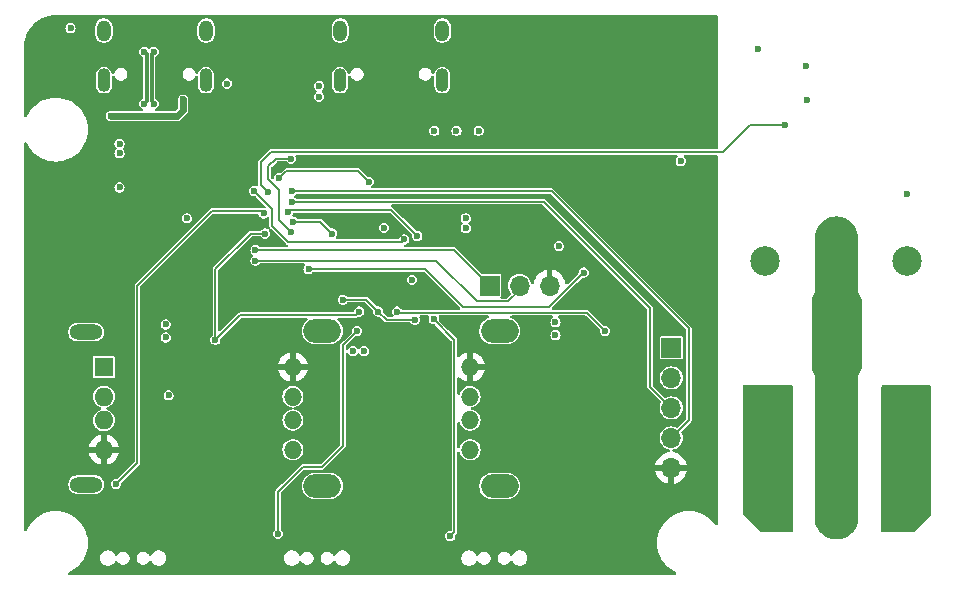
<source format=gbl>
G04 #@! TF.GenerationSoftware,KiCad,Pcbnew,8.0.2*
G04 #@! TF.CreationDate,2024-06-10T19:24:07+08:00*
G04 #@! TF.ProjectId,pppc_usb_hub,70707063-5f75-4736-925f-6875622e6b69,Rev3*
G04 #@! TF.SameCoordinates,Original*
G04 #@! TF.FileFunction,Copper,L4,Bot*
G04 #@! TF.FilePolarity,Positive*
%FSLAX46Y46*%
G04 Gerber Fmt 4.6, Leading zero omitted, Abs format (unit mm)*
G04 Created by KiCad (PCBNEW 8.0.2) date 2024-06-10 19:24:07*
%MOMM*%
%LPD*%
G01*
G04 APERTURE LIST*
G04 #@! TA.AperFunction,ComponentPad*
%ADD10O,1.100000X2.000000*%
G04 #@! TD*
G04 #@! TA.AperFunction,ComponentPad*
%ADD11O,1.200000X1.800000*%
G04 #@! TD*
G04 #@! TA.AperFunction,ComponentPad*
%ADD12R,1.600000X1.600000*%
G04 #@! TD*
G04 #@! TA.AperFunction,ComponentPad*
%ADD13O,1.600000X1.600000*%
G04 #@! TD*
G04 #@! TA.AperFunction,ComponentPad*
%ADD14O,2.800000X1.300000*%
G04 #@! TD*
G04 #@! TA.AperFunction,ComponentPad*
%ADD15R,1.700000X1.700000*%
G04 #@! TD*
G04 #@! TA.AperFunction,ComponentPad*
%ADD16O,1.700000X1.700000*%
G04 #@! TD*
G04 #@! TA.AperFunction,ComponentPad*
%ADD17C,2.500000*%
G04 #@! TD*
G04 #@! TA.AperFunction,ComponentPad*
%ADD18C,3.000000*%
G04 #@! TD*
G04 #@! TA.AperFunction,ComponentPad*
%ADD19O,3.200000X2.000000*%
G04 #@! TD*
G04 #@! TA.AperFunction,ComponentPad*
%ADD20O,1.524000X1.524000*%
G04 #@! TD*
G04 #@! TA.AperFunction,ComponentPad*
%ADD21O,2.400000X2.400000*%
G04 #@! TD*
G04 #@! TA.AperFunction,ViaPad*
%ADD22C,0.600000*%
G04 #@! TD*
G04 #@! TA.AperFunction,Conductor*
%ADD23C,0.200000*%
G04 #@! TD*
G04 #@! TA.AperFunction,Conductor*
%ADD24C,0.600000*%
G04 #@! TD*
G04 #@! TA.AperFunction,Conductor*
%ADD25C,0.305000*%
G04 #@! TD*
G04 APERTURE END LIST*
D10*
X124424000Y-86813600D03*
D11*
X124424000Y-82613500D03*
D10*
X115774000Y-86813600D03*
D11*
X115774000Y-82613500D03*
D12*
X115774000Y-111099900D03*
D13*
X115774000Y-113600000D03*
X115774000Y-115600000D03*
X115774000Y-118099900D03*
D14*
X114273800Y-108150000D03*
X114273800Y-121049800D03*
D15*
X163800000Y-109480000D03*
D16*
X163800000Y-112020000D03*
X163800000Y-114560000D03*
X163800000Y-117100000D03*
X163800000Y-119640000D03*
D17*
X183770000Y-102150000D03*
D18*
X183820000Y-114400000D03*
X171770000Y-114350000D03*
D17*
X171770000Y-102150000D03*
D18*
X177820000Y-100200000D03*
D19*
X134273800Y-108029900D03*
X134273800Y-121169900D03*
D20*
X131773600Y-111099800D03*
X131773600Y-113599100D03*
X131773600Y-115600700D03*
X131773600Y-118100000D03*
D21*
X172740000Y-123800000D03*
X177820000Y-123800000D03*
X182900000Y-123800000D03*
D20*
X146773600Y-118100000D03*
X146773600Y-115600700D03*
X146773600Y-113599100D03*
X146773600Y-111099800D03*
D19*
X149273800Y-121169900D03*
X149273800Y-108029900D03*
D10*
X144424000Y-86813600D03*
D11*
X144424000Y-82613500D03*
D10*
X135774000Y-86813600D03*
D11*
X135774000Y-82613500D03*
D15*
X148420000Y-104200000D03*
D16*
X150960000Y-104200000D03*
X153500000Y-104200000D03*
D22*
X151500000Y-126000000D03*
X136400000Y-126000000D03*
X120900000Y-126000000D03*
X171150000Y-84150000D03*
X175250000Y-85650000D03*
X136850000Y-109750000D03*
X121250000Y-113500000D03*
X164600000Y-93650000D03*
X136300000Y-88400000D03*
X142000000Y-83200000D03*
X143600000Y-88450000D03*
X128850000Y-127750000D03*
X166500000Y-122400000D03*
X110450000Y-87250000D03*
X165150000Y-92100000D03*
X127800000Y-102850000D03*
X163850000Y-103250000D03*
X112800000Y-122250000D03*
X143800000Y-94600000D03*
X158700000Y-118150000D03*
X160950000Y-113500000D03*
X126050000Y-105550000D03*
X129000000Y-118050000D03*
X120850000Y-94100000D03*
X166700000Y-112950000D03*
X157300000Y-126450000D03*
X141400000Y-126850000D03*
X119500000Y-104650000D03*
X114450000Y-84250000D03*
X154050000Y-88300000D03*
X166550000Y-116400000D03*
X142800000Y-121100000D03*
X113300000Y-112200000D03*
X142750000Y-105600000D03*
X156400000Y-111200000D03*
X124800000Y-95900000D03*
X110400000Y-115500000D03*
X157750000Y-121150000D03*
X116350000Y-88250000D03*
X141500000Y-111100000D03*
X134000000Y-82350000D03*
X117400000Y-97900000D03*
X143350000Y-117350000D03*
X147450000Y-82550000D03*
X122950000Y-127500000D03*
X141800000Y-94000000D03*
X110500000Y-118650000D03*
X123800000Y-95900000D03*
X139300000Y-125500000D03*
X134300000Y-105400000D03*
X117050000Y-84600000D03*
X132000000Y-123950000D03*
X114850000Y-123300000D03*
X158000000Y-97350000D03*
X155350000Y-94600000D03*
X158750000Y-94000000D03*
X166200000Y-89500000D03*
X110850000Y-95400000D03*
X118050000Y-94000000D03*
X127550000Y-126150000D03*
X161200000Y-100100000D03*
X160650000Y-108150000D03*
X158500000Y-83100000D03*
X133900000Y-91900000D03*
X122500000Y-106800000D03*
X128300000Y-123800000D03*
X110350000Y-122200000D03*
X157400000Y-89450000D03*
X123450000Y-88350000D03*
X151650000Y-84000000D03*
X125250000Y-126350000D03*
X113600000Y-104750000D03*
X121750000Y-121100000D03*
X166950000Y-93950000D03*
X138250000Y-82600000D03*
X164150000Y-122450000D03*
X147050000Y-123900000D03*
X113600000Y-103000000D03*
X118100000Y-121050000D03*
X111250000Y-99450000D03*
X166650000Y-119750000D03*
X122100000Y-82200000D03*
X175300000Y-88500000D03*
X166450000Y-105350000D03*
X113100000Y-110550000D03*
X115550000Y-95950000D03*
X114800000Y-127900000D03*
X117800000Y-82300000D03*
X129250000Y-107850000D03*
X134500000Y-85500000D03*
X121300000Y-92550000D03*
X111250000Y-103800000D03*
X139100000Y-127500000D03*
X124350000Y-92350000D03*
X158750000Y-95350000D03*
X123400000Y-111200000D03*
X121750000Y-118250000D03*
X118450000Y-93050000D03*
X157700000Y-104300000D03*
X112500000Y-116750000D03*
X156450000Y-96050000D03*
X143200000Y-124350000D03*
X156550000Y-82600000D03*
X161200000Y-125500000D03*
X161850000Y-127800000D03*
X166350000Y-83350000D03*
X128600000Y-98800000D03*
X143950000Y-119200000D03*
X155150000Y-125550000D03*
X129050000Y-92050000D03*
X126450000Y-93100000D03*
X161150000Y-117300000D03*
X161950000Y-123350000D03*
X113300000Y-101100000D03*
X159200000Y-123600000D03*
X143750000Y-91100000D03*
X147500000Y-91100000D03*
X145625000Y-91100000D03*
X141850000Y-103700000D03*
X154000000Y-107299900D03*
X137800000Y-109750000D03*
X117100000Y-95900000D03*
X183770000Y-96470000D03*
X112950000Y-82400000D03*
X121000000Y-108599900D03*
X121000000Y-107499900D03*
X154000000Y-108399900D03*
X129300000Y-98100000D03*
X116800000Y-121000000D03*
X135100000Y-99800000D03*
X131800000Y-98800000D03*
X130500000Y-125200000D03*
X137200000Y-108050000D03*
X143700000Y-107050000D03*
X131350000Y-98000000D03*
X142300000Y-100000000D03*
X145100000Y-125400000D03*
X139500000Y-99300000D03*
X154300000Y-100850000D03*
X146400000Y-99350000D03*
X122800000Y-98500000D03*
X146400000Y-98500000D03*
X131650000Y-99700000D03*
X131600000Y-93450000D03*
X134000000Y-87300000D03*
X134000000Y-88200000D03*
X117100000Y-93000000D03*
X126200000Y-87100000D03*
X117100000Y-92200000D03*
X118050000Y-89850000D03*
X122500000Y-88450000D03*
X122500000Y-89300000D03*
X116350000Y-89850000D03*
X119199000Y-88800000D03*
X119199000Y-84400000D03*
X119999000Y-84400000D03*
X119999000Y-88800000D03*
X183820000Y-118519999D03*
X183820000Y-117059999D03*
X183820000Y-119979999D03*
X183820000Y-121439999D03*
X177800000Y-111586662D03*
X177800000Y-115266660D03*
X177800000Y-107906664D03*
X177800000Y-112813328D03*
X177800000Y-118946658D03*
X177800000Y-117719992D03*
X177800000Y-106679998D03*
X177800000Y-120173324D03*
X177800000Y-121400000D03*
X177800000Y-116493326D03*
X177800000Y-103000000D03*
X177800000Y-110359996D03*
X177800000Y-105453332D03*
X177800000Y-114039994D03*
X177800000Y-104226666D03*
X177800000Y-109133330D03*
X171770000Y-121429999D03*
X171770000Y-119959999D03*
X171770000Y-117019999D03*
X171770000Y-118489999D03*
X131700000Y-96200000D03*
X131700000Y-97100000D03*
X128600000Y-101200000D03*
X128600000Y-102100000D03*
X173400000Y-90600000D03*
X129650000Y-96250000D03*
X125200000Y-108800000D03*
X137400000Y-106400000D03*
X129400000Y-99800000D03*
X130600000Y-95095500D03*
X142100000Y-107100000D03*
X136000000Y-105400000D03*
X138200000Y-95400000D03*
X139000000Y-106400000D03*
X140600000Y-106400000D03*
X141200000Y-100300000D03*
X128500000Y-96200000D03*
X158200000Y-108050000D03*
X156400000Y-103100000D03*
X133100000Y-102800000D03*
D23*
X145450000Y-108800000D02*
X145450000Y-125050000D01*
X143700000Y-107050000D02*
X145450000Y-108800000D01*
X145450000Y-125050000D02*
X145100000Y-125400000D01*
X130500000Y-121650000D02*
X130500000Y-125200000D01*
X132600000Y-119550000D02*
X130500000Y-121650000D01*
X134200000Y-119550000D02*
X132600000Y-119550000D01*
X136000000Y-117750000D02*
X134200000Y-119550000D01*
X136000000Y-109250000D02*
X136000000Y-117750000D01*
X137200000Y-108050000D02*
X136000000Y-109250000D01*
X124900000Y-97900000D02*
X118600000Y-104200000D01*
X118600000Y-104200000D02*
X118600000Y-119200000D01*
X129300000Y-98100000D02*
X129100000Y-97900000D01*
X129100000Y-97900000D02*
X124900000Y-97900000D01*
X118600000Y-119200000D02*
X116800000Y-121000000D01*
X131800000Y-98800000D02*
X134100000Y-98800000D01*
X134100000Y-98800000D02*
X135100000Y-99800000D01*
X131350000Y-98000000D02*
X131550000Y-97800000D01*
X140100000Y-97800000D02*
X142300000Y-100000000D01*
X131550000Y-97800000D02*
X140100000Y-97800000D01*
X131600000Y-93450000D02*
X130350000Y-93450000D01*
X130600000Y-98650000D02*
X131650000Y-99700000D01*
X130350000Y-93450000D02*
X129700000Y-94100000D01*
X129700000Y-95200000D02*
X130600000Y-96100000D01*
X129700000Y-94100000D02*
X129700000Y-95200000D01*
X130600000Y-96100000D02*
X130600000Y-98650000D01*
D24*
X121950000Y-89850000D02*
X122500000Y-89300000D01*
X122500000Y-89300000D02*
X122500000Y-88450000D01*
X118050000Y-89850000D02*
X121950000Y-89850000D01*
X116350000Y-89850000D02*
X118050000Y-89850000D01*
D25*
X119199000Y-84400000D02*
X119382999Y-84583999D01*
X119382999Y-84583999D02*
X119382999Y-88616001D01*
X119382999Y-88616001D02*
X119199000Y-88800000D01*
X119815001Y-88616001D02*
X119999000Y-88800000D01*
X119999000Y-84400000D02*
X119815001Y-84583999D01*
X119815001Y-84583999D02*
X119815001Y-88616001D01*
D23*
X165300000Y-107800000D02*
X165300000Y-115600000D01*
X165300000Y-115600000D02*
X163800000Y-117100000D01*
X153700000Y-96200000D02*
X165300000Y-107800000D01*
X131700000Y-96200000D02*
X153700000Y-96200000D01*
X162000000Y-112760000D02*
X162000000Y-106100000D01*
X163800000Y-114560000D02*
X162000000Y-112760000D01*
X153000000Y-97100000D02*
X131700000Y-97100000D01*
X162000000Y-106100000D02*
X153000000Y-97100000D01*
X128600000Y-101200000D02*
X145420000Y-101200000D01*
X145420000Y-101200000D02*
X148420000Y-104200000D01*
X147350000Y-105550000D02*
X149950000Y-105550000D01*
X149950000Y-105550000D02*
X150960000Y-104540000D01*
X150960000Y-104540000D02*
X150960000Y-104200000D01*
X128600000Y-102100000D02*
X143900000Y-102100000D01*
X143900000Y-102100000D02*
X147350000Y-105550000D01*
X129650000Y-96250000D02*
X129050000Y-95650000D01*
X129050000Y-93750000D02*
X129900000Y-92900000D01*
X129050000Y-95650000D02*
X129050000Y-93750000D01*
X170500000Y-90600000D02*
X173400000Y-90600000D01*
X168200000Y-92900000D02*
X170500000Y-90600000D01*
X129900000Y-92900000D02*
X168200000Y-92900000D01*
X125200000Y-102800000D02*
X125200000Y-108800000D01*
X125200000Y-108800000D02*
X127300000Y-106700000D01*
X128200000Y-99800000D02*
X125200000Y-102800000D01*
X129400000Y-99800000D02*
X128200000Y-99800000D01*
X127300000Y-106700000D02*
X137100000Y-106700000D01*
X137100000Y-106700000D02*
X137400000Y-106400000D01*
X138000000Y-105400000D02*
X139000000Y-106400000D01*
X131195500Y-94500000D02*
X137300000Y-94500000D01*
X136000000Y-105400000D02*
X138000000Y-105400000D01*
X137300000Y-94500000D02*
X138200000Y-95400000D01*
X139000000Y-106400000D02*
X139700000Y-107100000D01*
X130600000Y-95095500D02*
X131195500Y-94500000D01*
X139700000Y-107100000D02*
X142100000Y-107100000D01*
X156650000Y-106500000D02*
X140700000Y-106500000D01*
X130000000Y-97700000D02*
X130000000Y-99150000D01*
X128500000Y-96200000D02*
X130000000Y-97700000D01*
X158200000Y-108050000D02*
X156650000Y-106500000D01*
X130000000Y-99150000D02*
X131350000Y-100500000D01*
X141000000Y-100500000D02*
X141200000Y-100300000D01*
X140700000Y-106500000D02*
X140600000Y-106400000D01*
X131350000Y-100500000D02*
X141000000Y-100500000D01*
X153450000Y-106000000D02*
X146150000Y-106000000D01*
X142950000Y-102800000D02*
X133100000Y-102800000D01*
X146150000Y-106000000D02*
X142950000Y-102800000D01*
X156350000Y-103100000D02*
X153450000Y-106000000D01*
X156400000Y-103100000D02*
X156350000Y-103100000D01*
G04 #@! TA.AperFunction,Conductor*
G36*
X185743039Y-112619685D02*
G01*
X185788794Y-112672489D01*
X185800000Y-112724000D01*
X185800000Y-123548638D01*
X185780315Y-123615677D01*
X185763681Y-123636319D01*
X184336319Y-125063681D01*
X184274996Y-125097166D01*
X184248638Y-125100000D01*
X181724000Y-125100000D01*
X181656961Y-125080315D01*
X181611206Y-125027511D01*
X181600000Y-124976000D01*
X181600000Y-112751362D01*
X181619685Y-112684323D01*
X181636319Y-112663681D01*
X181663681Y-112636319D01*
X181725004Y-112602834D01*
X181751362Y-112600000D01*
X185676000Y-112600000D01*
X185743039Y-112619685D01*
G37*
G04 #@! TD.AperFunction*
G04 #@! TA.AperFunction,Conductor*
G36*
X167693039Y-81330185D02*
G01*
X167738794Y-81382989D01*
X167750000Y-81434500D01*
X167750000Y-92548500D01*
X167730315Y-92615539D01*
X167677511Y-92661294D01*
X167626000Y-92672500D01*
X129854744Y-92672500D01*
X129831606Y-92682085D01*
X129831605Y-92682085D01*
X129771137Y-92707131D01*
X129771129Y-92707136D01*
X129085403Y-93392864D01*
X128921132Y-93557135D01*
X128857135Y-93621132D01*
X128836846Y-93670111D01*
X128822500Y-93704746D01*
X128822500Y-95683502D01*
X128802815Y-95750541D01*
X128750011Y-95796296D01*
X128680853Y-95806240D01*
X128663565Y-95802479D01*
X128561467Y-95772500D01*
X128561465Y-95772500D01*
X128438535Y-95772500D01*
X128320584Y-95807134D01*
X128320582Y-95807134D01*
X128320582Y-95807135D01*
X128217169Y-95873594D01*
X128136667Y-95966497D01*
X128136665Y-95966500D01*
X128085599Y-96078317D01*
X128085598Y-96078321D01*
X128068104Y-96200000D01*
X128085598Y-96321678D01*
X128085599Y-96321682D01*
X128108434Y-96371682D01*
X128136666Y-96433501D01*
X128217168Y-96526405D01*
X128320584Y-96592866D01*
X128438535Y-96627500D01*
X128554405Y-96627500D01*
X128621444Y-96647185D01*
X128642086Y-96663819D01*
X129439086Y-97460819D01*
X129472571Y-97522142D01*
X129467587Y-97591834D01*
X129425715Y-97647767D01*
X129360251Y-97672184D01*
X129351405Y-97672500D01*
X129238534Y-97672500D01*
X129225918Y-97676204D01*
X129156048Y-97676202D01*
X129145945Y-97672638D01*
X129145254Y-97672500D01*
X129145253Y-97672500D01*
X124854747Y-97672500D01*
X124854746Y-97672500D01*
X124771131Y-97707135D01*
X121604673Y-100873594D01*
X118471132Y-104007135D01*
X118407135Y-104071132D01*
X118391990Y-104107695D01*
X118372500Y-104154746D01*
X118372500Y-119054404D01*
X118352815Y-119121443D01*
X118336181Y-119142085D01*
X116942085Y-120536181D01*
X116880762Y-120569666D01*
X116854404Y-120572500D01*
X116738535Y-120572500D01*
X116620584Y-120607134D01*
X116620582Y-120607134D01*
X116620582Y-120607135D01*
X116517169Y-120673594D01*
X116517168Y-120673594D01*
X116517168Y-120673595D01*
X116510304Y-120681516D01*
X116436667Y-120766497D01*
X116436665Y-120766500D01*
X116385599Y-120878317D01*
X116385598Y-120878321D01*
X116368104Y-121000000D01*
X116385598Y-121121678D01*
X116385599Y-121121682D01*
X116436665Y-121233499D01*
X116436666Y-121233501D01*
X116517168Y-121326405D01*
X116620584Y-121392866D01*
X116738535Y-121427500D01*
X116861465Y-121427500D01*
X116979416Y-121392866D01*
X117082832Y-121326405D01*
X117163334Y-121233501D01*
X117214401Y-121121679D01*
X117231896Y-121000000D01*
X117226881Y-120965124D01*
X117236822Y-120895967D01*
X117261934Y-120859797D01*
X118792865Y-119328868D01*
X118795503Y-119322500D01*
X118827500Y-119245253D01*
X118827500Y-118100000D01*
X130879200Y-118100000D01*
X130898745Y-118285958D01*
X130898746Y-118285960D01*
X130956525Y-118463786D01*
X131050013Y-118625713D01*
X131175130Y-118764669D01*
X131326395Y-118874570D01*
X131326396Y-118874570D01*
X131326400Y-118874573D01*
X131428596Y-118920073D01*
X131497209Y-118950623D01*
X131497215Y-118950625D01*
X131680110Y-118989500D01*
X131680111Y-118989500D01*
X131867089Y-118989500D01*
X131867090Y-118989500D01*
X132049985Y-118950625D01*
X132049987Y-118950623D01*
X132049990Y-118950623D01*
X132076724Y-118938720D01*
X132220800Y-118874573D01*
X132372070Y-118764669D01*
X132497185Y-118625715D01*
X132590675Y-118463785D01*
X132648455Y-118285956D01*
X132668000Y-118100000D01*
X132648455Y-117914044D01*
X132590675Y-117736215D01*
X132590674Y-117736213D01*
X132497186Y-117574286D01*
X132372069Y-117435330D01*
X132220804Y-117325429D01*
X132220801Y-117325427D01*
X132220800Y-117325427D01*
X132175298Y-117305168D01*
X132049990Y-117249376D01*
X132049984Y-117249374D01*
X131905964Y-117218762D01*
X131867090Y-117210500D01*
X131680110Y-117210500D01*
X131648050Y-117217314D01*
X131497215Y-117249374D01*
X131497209Y-117249376D01*
X131326400Y-117325427D01*
X131326395Y-117325429D01*
X131175130Y-117435330D01*
X131050013Y-117574286D01*
X130956525Y-117736213D01*
X130898746Y-117914039D01*
X130898745Y-117914041D01*
X130879200Y-118100000D01*
X118827500Y-118100000D01*
X118827500Y-113500000D01*
X120818104Y-113500000D01*
X120835598Y-113621678D01*
X120835599Y-113621682D01*
X120858360Y-113671520D01*
X120886666Y-113733501D01*
X120967168Y-113826405D01*
X121070584Y-113892866D01*
X121188535Y-113927500D01*
X121311465Y-113927500D01*
X121429416Y-113892866D01*
X121532832Y-113826405D01*
X121613334Y-113733501D01*
X121664401Y-113621679D01*
X121667647Y-113599100D01*
X130879200Y-113599100D01*
X130898745Y-113785058D01*
X130898746Y-113785060D01*
X130956525Y-113962886D01*
X131050013Y-114124813D01*
X131175130Y-114263769D01*
X131326395Y-114373670D01*
X131326396Y-114373670D01*
X131326400Y-114373673D01*
X131402743Y-114407663D01*
X131497209Y-114449723D01*
X131497215Y-114449725D01*
X131633110Y-114478610D01*
X131694592Y-114511802D01*
X131728368Y-114572965D01*
X131723716Y-114642680D01*
X131682111Y-114698812D01*
X131633110Y-114721190D01*
X131497215Y-114750074D01*
X131497209Y-114750076D01*
X131326400Y-114826127D01*
X131326395Y-114826129D01*
X131175130Y-114936030D01*
X131050013Y-115074986D01*
X130956525Y-115236913D01*
X130898746Y-115414739D01*
X130898745Y-115414741D01*
X130879200Y-115600700D01*
X130898745Y-115786658D01*
X130898746Y-115786660D01*
X130956525Y-115964486D01*
X131050013Y-116126413D01*
X131175130Y-116265369D01*
X131326395Y-116375270D01*
X131326396Y-116375270D01*
X131326400Y-116375273D01*
X131428596Y-116420773D01*
X131497209Y-116451323D01*
X131497215Y-116451325D01*
X131680110Y-116490200D01*
X131680111Y-116490200D01*
X131867089Y-116490200D01*
X131867090Y-116490200D01*
X132049985Y-116451325D01*
X132049987Y-116451323D01*
X132049990Y-116451323D01*
X132073101Y-116441032D01*
X132220800Y-116375273D01*
X132372070Y-116265369D01*
X132497185Y-116126415D01*
X132590675Y-115964485D01*
X132648455Y-115786656D01*
X132668000Y-115600700D01*
X132648455Y-115414744D01*
X132590675Y-115236915D01*
X132497185Y-115074985D01*
X132372070Y-114936031D01*
X132371868Y-114935884D01*
X132220804Y-114826129D01*
X132220801Y-114826127D01*
X132220800Y-114826127D01*
X132175298Y-114805868D01*
X132049990Y-114750076D01*
X132049984Y-114750074D01*
X131940611Y-114726827D01*
X131914088Y-114721189D01*
X131852607Y-114687998D01*
X131818831Y-114626835D01*
X131823483Y-114557120D01*
X131865088Y-114500988D01*
X131914088Y-114478610D01*
X132049985Y-114449725D01*
X132049987Y-114449723D01*
X132049990Y-114449723D01*
X132073101Y-114439432D01*
X132220800Y-114373673D01*
X132372070Y-114263769D01*
X132497185Y-114124815D01*
X132590675Y-113962885D01*
X132648455Y-113785056D01*
X132668000Y-113599100D01*
X132648455Y-113413144D01*
X132590675Y-113235315D01*
X132555041Y-113173595D01*
X132497186Y-113073386D01*
X132372069Y-112934430D01*
X132220804Y-112824529D01*
X132220801Y-112824527D01*
X132220800Y-112824527D01*
X132148505Y-112792339D01*
X132049990Y-112748476D01*
X132049984Y-112748474D01*
X131891305Y-112714747D01*
X131867090Y-112709600D01*
X131680110Y-112709600D01*
X131663945Y-112713036D01*
X131497215Y-112748474D01*
X131497209Y-112748476D01*
X131326400Y-112824527D01*
X131326395Y-112824529D01*
X131175130Y-112934430D01*
X131050013Y-113073386D01*
X130956525Y-113235313D01*
X130898746Y-113413139D01*
X130898745Y-113413141D01*
X130879200Y-113599100D01*
X121667647Y-113599100D01*
X121681896Y-113500000D01*
X121664401Y-113378321D01*
X121664400Y-113378317D01*
X121613334Y-113266500D01*
X121613334Y-113266499D01*
X121532832Y-113173595D01*
X121429416Y-113107134D01*
X121311465Y-113072500D01*
X121188535Y-113072500D01*
X121070584Y-113107134D01*
X121070582Y-113107134D01*
X121070582Y-113107135D01*
X120967169Y-113173594D01*
X120886667Y-113266497D01*
X120886665Y-113266500D01*
X120835599Y-113378317D01*
X120835598Y-113378321D01*
X120818104Y-113500000D01*
X118827500Y-113500000D01*
X118827500Y-110849799D01*
X130534068Y-110849799D01*
X130534069Y-110849800D01*
X131390009Y-110849800D01*
X131347558Y-110923327D01*
X131316400Y-111039608D01*
X131316400Y-111159992D01*
X131347558Y-111276273D01*
X131390009Y-111349800D01*
X130534069Y-111349800D01*
X130583175Y-111533070D01*
X130583180Y-111533084D01*
X130676499Y-111733207D01*
X130676500Y-111733209D01*
X130803163Y-111914101D01*
X130959298Y-112070236D01*
X131140190Y-112196899D01*
X131140192Y-112196900D01*
X131340315Y-112290219D01*
X131340329Y-112290224D01*
X131523599Y-112339331D01*
X131523600Y-112339330D01*
X131523600Y-111483391D01*
X131597127Y-111525842D01*
X131713408Y-111557000D01*
X131833792Y-111557000D01*
X131950073Y-111525842D01*
X132023600Y-111483391D01*
X132023600Y-112339331D01*
X132206870Y-112290224D01*
X132206884Y-112290219D01*
X132407007Y-112196900D01*
X132407009Y-112196899D01*
X132587901Y-112070236D01*
X132744036Y-111914101D01*
X132870699Y-111733209D01*
X132870700Y-111733207D01*
X132964019Y-111533084D01*
X132964024Y-111533070D01*
X133013131Y-111349800D01*
X132157191Y-111349800D01*
X132199642Y-111276273D01*
X132230800Y-111159992D01*
X132230800Y-111039608D01*
X132199642Y-110923327D01*
X132157191Y-110849800D01*
X133013131Y-110849800D01*
X133013131Y-110849799D01*
X132964024Y-110666529D01*
X132964020Y-110666520D01*
X132870699Y-110466391D01*
X132870698Y-110466389D01*
X132744042Y-110285504D01*
X132587897Y-110129360D01*
X132407009Y-110002700D01*
X132407007Y-110002699D01*
X132206883Y-109909380D01*
X132023600Y-109860268D01*
X132023600Y-110716208D01*
X131950073Y-110673758D01*
X131833792Y-110642600D01*
X131713408Y-110642600D01*
X131597127Y-110673758D01*
X131523600Y-110716208D01*
X131523600Y-109860268D01*
X131340318Y-109909379D01*
X131140191Y-110002700D01*
X131140189Y-110002701D01*
X130959300Y-110129360D01*
X130803160Y-110285500D01*
X130676501Y-110466389D01*
X130676500Y-110466391D01*
X130583179Y-110666520D01*
X130583175Y-110666529D01*
X130534068Y-110849799D01*
X118827500Y-110849799D01*
X118827500Y-108599900D01*
X120568104Y-108599900D01*
X120585598Y-108721578D01*
X120585599Y-108721582D01*
X120621411Y-108799998D01*
X120636666Y-108833401D01*
X120717168Y-108926305D01*
X120820584Y-108992766D01*
X120938535Y-109027400D01*
X121061465Y-109027400D01*
X121179416Y-108992766D01*
X121282832Y-108926305D01*
X121363334Y-108833401D01*
X121414401Y-108721579D01*
X121431896Y-108599900D01*
X121414401Y-108478221D01*
X121414400Y-108478217D01*
X121368078Y-108376788D01*
X121363334Y-108366399D01*
X121282832Y-108273495D01*
X121179416Y-108207034D01*
X121061465Y-108172400D01*
X121052955Y-108169901D01*
X121053448Y-108168220D01*
X120999999Y-108143811D01*
X120946551Y-108168220D01*
X120947045Y-108169901D01*
X120905043Y-108182233D01*
X120820584Y-108207034D01*
X120820582Y-108207034D01*
X120820582Y-108207035D01*
X120717169Y-108273494D01*
X120717168Y-108273494D01*
X120717168Y-108273495D01*
X120708498Y-108283501D01*
X120636667Y-108366397D01*
X120636665Y-108366400D01*
X120585599Y-108478217D01*
X120585598Y-108478221D01*
X120568104Y-108599900D01*
X118827500Y-108599900D01*
X118827500Y-107499900D01*
X120568104Y-107499900D01*
X120585598Y-107621578D01*
X120585599Y-107621582D01*
X120632187Y-107723594D01*
X120636666Y-107733401D01*
X120717168Y-107826305D01*
X120820584Y-107892766D01*
X120938535Y-107927400D01*
X120947045Y-107929899D01*
X120946551Y-107931579D01*
X121000001Y-107955989D01*
X121053448Y-107931578D01*
X121052955Y-107929899D01*
X121061465Y-107927400D01*
X121179416Y-107892766D01*
X121282832Y-107826305D01*
X121363334Y-107733401D01*
X121399676Y-107653822D01*
X121414400Y-107621582D01*
X121414401Y-107621578D01*
X121431896Y-107499900D01*
X121414401Y-107378221D01*
X121414400Y-107378217D01*
X121376570Y-107295383D01*
X121363334Y-107266399D01*
X121282832Y-107173495D01*
X121179416Y-107107034D01*
X121061465Y-107072400D01*
X120938535Y-107072400D01*
X120820584Y-107107034D01*
X120820582Y-107107034D01*
X120820582Y-107107035D01*
X120717169Y-107173494D01*
X120636667Y-107266397D01*
X120636665Y-107266400D01*
X120585599Y-107378217D01*
X120585598Y-107378221D01*
X120568104Y-107499900D01*
X118827500Y-107499900D01*
X118827500Y-104345595D01*
X118847185Y-104278556D01*
X118863819Y-104257914D01*
X124957914Y-98163819D01*
X125019237Y-98130334D01*
X125045595Y-98127500D01*
X128765120Y-98127500D01*
X128832159Y-98147185D01*
X128877914Y-98199989D01*
X128884097Y-98216566D01*
X128885597Y-98221677D01*
X128921854Y-98301067D01*
X128936666Y-98333501D01*
X129017168Y-98426405D01*
X129120584Y-98492866D01*
X129238535Y-98527500D01*
X129361465Y-98527500D01*
X129479416Y-98492866D01*
X129581462Y-98427285D01*
X129648500Y-98407601D01*
X129715539Y-98427285D01*
X129761294Y-98480089D01*
X129772500Y-98531601D01*
X129772500Y-99104747D01*
X129772500Y-99195253D01*
X129807135Y-99278868D01*
X129807136Y-99278869D01*
X129810599Y-99287229D01*
X129818068Y-99356698D01*
X129786794Y-99419178D01*
X129726705Y-99454831D01*
X129656880Y-99452338D01*
X129628999Y-99438999D01*
X129602053Y-99421682D01*
X129579416Y-99407134D01*
X129461465Y-99372500D01*
X129338535Y-99372500D01*
X129220584Y-99407134D01*
X129220582Y-99407134D01*
X129220582Y-99407135D01*
X129117169Y-99473594D01*
X129117168Y-99473594D01*
X129117168Y-99473595D01*
X129068548Y-99529704D01*
X129009773Y-99567477D01*
X128974838Y-99572500D01*
X128154747Y-99572500D01*
X128130257Y-99582644D01*
X128108415Y-99591690D01*
X128071132Y-99607133D01*
X125811770Y-101866497D01*
X125071132Y-102607135D01*
X125007135Y-102671132D01*
X124992222Y-102707134D01*
X124972500Y-102754746D01*
X124972500Y-108370326D01*
X124952815Y-108437365D01*
X124923184Y-108466999D01*
X124923869Y-108467790D01*
X124917166Y-108473597D01*
X124836667Y-108566497D01*
X124836665Y-108566500D01*
X124785599Y-108678317D01*
X124785598Y-108678321D01*
X124768104Y-108800000D01*
X124785598Y-108921678D01*
X124785599Y-108921682D01*
X124833880Y-109027400D01*
X124836666Y-109033501D01*
X124917168Y-109126405D01*
X125020584Y-109192866D01*
X125138535Y-109227500D01*
X125261465Y-109227500D01*
X125379416Y-109192866D01*
X125482832Y-109126405D01*
X125563334Y-109033501D01*
X125611743Y-108927499D01*
X125614400Y-108921682D01*
X125614401Y-108921678D01*
X125627093Y-108833402D01*
X125631896Y-108800000D01*
X125626881Y-108765124D01*
X125636822Y-108695967D01*
X125661934Y-108659797D01*
X127357914Y-106963819D01*
X127419237Y-106930334D01*
X127445595Y-106927500D01*
X132891272Y-106927500D01*
X132958311Y-106947185D01*
X133004066Y-106999989D01*
X133014010Y-107069147D01*
X132984985Y-107132703D01*
X132964157Y-107151818D01*
X132939289Y-107169885D01*
X132939284Y-107169889D01*
X132813789Y-107295384D01*
X132813785Y-107295389D01*
X132709478Y-107438957D01*
X132628903Y-107597092D01*
X132574063Y-107765872D01*
X132574063Y-107765875D01*
X132553733Y-107894233D01*
X132546300Y-107941164D01*
X132546300Y-108118636D01*
X132557635Y-108190204D01*
X132574063Y-108293924D01*
X132574063Y-108293927D01*
X132628903Y-108462707D01*
X132658900Y-108521578D01*
X132707745Y-108617442D01*
X132709478Y-108620842D01*
X132813785Y-108764410D01*
X132813789Y-108764415D01*
X132939284Y-108889910D01*
X132939289Y-108889914D01*
X133064516Y-108980896D01*
X133082861Y-108994224D01*
X133240990Y-109074795D01*
X133240992Y-109074796D01*
X133409773Y-109129636D01*
X133409774Y-109129636D01*
X133409777Y-109129637D01*
X133585064Y-109157400D01*
X133585065Y-109157400D01*
X134962535Y-109157400D01*
X134962536Y-109157400D01*
X135137823Y-109129637D01*
X135137826Y-109129636D01*
X135137827Y-109129636D01*
X135306607Y-109074796D01*
X135306607Y-109074795D01*
X135306610Y-109074795D01*
X135464739Y-108994224D01*
X135608317Y-108889909D01*
X135733809Y-108764417D01*
X135838124Y-108620839D01*
X135918695Y-108462710D01*
X135973537Y-108293923D01*
X136001300Y-108118636D01*
X136001300Y-107941164D01*
X135973537Y-107765877D01*
X135973536Y-107765873D01*
X135973536Y-107765872D01*
X135918696Y-107597092D01*
X135918695Y-107597090D01*
X135838124Y-107438961D01*
X135792675Y-107376405D01*
X135733814Y-107295389D01*
X135733810Y-107295384D01*
X135608315Y-107169889D01*
X135608310Y-107169885D01*
X135583443Y-107151818D01*
X135540777Y-107096488D01*
X135534798Y-107026875D01*
X135567404Y-106965080D01*
X135628242Y-106930723D01*
X135656328Y-106927500D01*
X137145252Y-106927500D01*
X137145253Y-106927500D01*
X137228868Y-106892865D01*
X137228870Y-106892863D01*
X137257915Y-106863819D01*
X137319238Y-106830334D01*
X137345596Y-106827500D01*
X137461465Y-106827500D01*
X137579416Y-106792866D01*
X137682832Y-106726405D01*
X137763334Y-106633501D01*
X137814401Y-106521679D01*
X137831896Y-106400000D01*
X137814401Y-106278321D01*
X137814400Y-106278317D01*
X137778638Y-106200011D01*
X137763334Y-106166499D01*
X137682832Y-106073595D01*
X137579416Y-106007134D01*
X137461465Y-105972500D01*
X137338535Y-105972500D01*
X137220584Y-106007134D01*
X137220582Y-106007134D01*
X137220582Y-106007135D01*
X137117169Y-106073594D01*
X137036667Y-106166497D01*
X137036665Y-106166500D01*
X136985599Y-106278317D01*
X136985598Y-106278321D01*
X136972971Y-106366148D01*
X136943946Y-106429703D01*
X136885167Y-106467477D01*
X136850233Y-106472500D01*
X127254746Y-106472500D01*
X127171129Y-106507136D01*
X127171129Y-106507137D01*
X125639181Y-108039085D01*
X125577858Y-108072570D01*
X125508166Y-108067586D01*
X125452233Y-108025714D01*
X125427816Y-107960250D01*
X125427500Y-107951404D01*
X125427500Y-103700000D01*
X141418104Y-103700000D01*
X141435598Y-103821678D01*
X141435599Y-103821682D01*
X141486665Y-103933499D01*
X141486666Y-103933501D01*
X141567168Y-104026405D01*
X141670584Y-104092866D01*
X141788535Y-104127500D01*
X141911465Y-104127500D01*
X142029416Y-104092866D01*
X142132832Y-104026405D01*
X142213334Y-103933501D01*
X142264401Y-103821679D01*
X142281896Y-103700000D01*
X142264401Y-103578321D01*
X142264400Y-103578317D01*
X142213334Y-103466500D01*
X142213334Y-103466499D01*
X142132832Y-103373595D01*
X142029416Y-103307134D01*
X141911465Y-103272500D01*
X141904576Y-103270477D01*
X141850000Y-103235402D01*
X141795424Y-103270477D01*
X141757492Y-103281614D01*
X141670584Y-103307134D01*
X141670582Y-103307134D01*
X141670582Y-103307135D01*
X141567169Y-103373594D01*
X141486667Y-103466497D01*
X141486665Y-103466500D01*
X141435599Y-103578317D01*
X141435598Y-103578321D01*
X141418104Y-103700000D01*
X125427500Y-103700000D01*
X125427500Y-102945595D01*
X125447185Y-102878556D01*
X125463819Y-102857914D01*
X128257915Y-100063819D01*
X128319238Y-100030334D01*
X128345596Y-100027500D01*
X128974838Y-100027500D01*
X129041877Y-100047185D01*
X129068547Y-100070293D01*
X129117168Y-100126405D01*
X129220584Y-100192866D01*
X129338535Y-100227500D01*
X129461465Y-100227500D01*
X129579416Y-100192866D01*
X129682832Y-100126405D01*
X129763334Y-100033501D01*
X129814401Y-99921679D01*
X129831896Y-99800000D01*
X129814401Y-99678321D01*
X129814399Y-99678317D01*
X129788277Y-99621117D01*
X129770255Y-99581655D01*
X129760312Y-99512500D01*
X129789336Y-99448944D01*
X129848114Y-99411169D01*
X129917984Y-99411169D01*
X129970731Y-99442465D01*
X131157135Y-100628868D01*
X131221132Y-100692865D01*
X131304747Y-100727500D01*
X131304748Y-100727500D01*
X131316031Y-100732174D01*
X131315269Y-100734011D01*
X131363552Y-100759266D01*
X131398127Y-100819981D01*
X131394388Y-100889751D01*
X131353523Y-100946424D01*
X131288505Y-100972006D01*
X131277451Y-100972500D01*
X129025162Y-100972500D01*
X128958123Y-100952815D01*
X128931452Y-100929706D01*
X128882832Y-100873595D01*
X128779416Y-100807134D01*
X128661465Y-100772500D01*
X128538535Y-100772500D01*
X128420584Y-100807134D01*
X128420582Y-100807134D01*
X128420582Y-100807135D01*
X128317169Y-100873594D01*
X128236667Y-100966497D01*
X128236665Y-100966500D01*
X128185599Y-101078317D01*
X128185598Y-101078321D01*
X128168104Y-101200000D01*
X128185598Y-101321678D01*
X128185599Y-101321682D01*
X128233925Y-101427500D01*
X128236666Y-101433501D01*
X128317168Y-101526405D01*
X128347167Y-101545684D01*
X128392922Y-101598488D01*
X128402866Y-101667647D01*
X128373841Y-101731203D01*
X128347167Y-101754316D01*
X128317169Y-101773594D01*
X128236667Y-101866497D01*
X128236665Y-101866500D01*
X128185599Y-101978317D01*
X128185598Y-101978321D01*
X128168104Y-102100000D01*
X128185598Y-102221678D01*
X128185599Y-102221682D01*
X128233925Y-102327500D01*
X128236666Y-102333501D01*
X128317168Y-102426405D01*
X128420584Y-102492866D01*
X128538535Y-102527500D01*
X128661465Y-102527500D01*
X128779416Y-102492866D01*
X128882832Y-102426405D01*
X128931451Y-102370295D01*
X128990227Y-102332523D01*
X129025162Y-102327500D01*
X132672238Y-102327500D01*
X132739277Y-102347185D01*
X132785032Y-102399989D01*
X132794976Y-102469147D01*
X132765951Y-102532701D01*
X132765950Y-102532703D01*
X132736670Y-102566493D01*
X132736665Y-102566500D01*
X132685599Y-102678317D01*
X132685598Y-102678321D01*
X132668104Y-102800000D01*
X132685598Y-102921678D01*
X132685599Y-102921682D01*
X132733423Y-103026400D01*
X132736666Y-103033501D01*
X132817168Y-103126405D01*
X132920584Y-103192866D01*
X133038535Y-103227500D01*
X133161465Y-103227500D01*
X133279416Y-103192866D01*
X133382832Y-103126405D01*
X133431451Y-103070295D01*
X133490227Y-103032523D01*
X133525162Y-103027500D01*
X141760488Y-103027500D01*
X141827527Y-103047185D01*
X141849999Y-103073119D01*
X141872474Y-103047184D01*
X141939512Y-103027500D01*
X142804405Y-103027500D01*
X142871444Y-103047185D01*
X142892086Y-103063819D01*
X145889086Y-106060819D01*
X145922571Y-106122142D01*
X145917587Y-106191834D01*
X145875715Y-106247767D01*
X145810251Y-106272184D01*
X145801405Y-106272500D01*
X141091433Y-106272500D01*
X141024394Y-106252815D01*
X140978639Y-106200012D01*
X140963334Y-106166500D01*
X140963334Y-106166499D01*
X140882832Y-106073595D01*
X140779416Y-106007134D01*
X140661465Y-105972500D01*
X140538535Y-105972500D01*
X140420584Y-106007134D01*
X140420582Y-106007134D01*
X140420582Y-106007135D01*
X140317169Y-106073594D01*
X140236667Y-106166497D01*
X140236665Y-106166500D01*
X140185599Y-106278317D01*
X140185598Y-106278321D01*
X140168104Y-106400000D01*
X140185598Y-106521678D01*
X140185599Y-106521682D01*
X140236665Y-106633499D01*
X140236670Y-106633506D01*
X140265950Y-106667297D01*
X140294976Y-106730852D01*
X140285033Y-106800011D01*
X140239278Y-106852815D01*
X140172239Y-106872500D01*
X139845595Y-106872500D01*
X139778556Y-106852815D01*
X139757914Y-106836181D01*
X139461938Y-106540205D01*
X139428453Y-106478882D01*
X139426881Y-106434876D01*
X139427625Y-106429703D01*
X139431896Y-106400000D01*
X139414401Y-106278321D01*
X139414400Y-106278317D01*
X139378638Y-106200011D01*
X139363334Y-106166499D01*
X139282832Y-106073595D01*
X139179416Y-106007134D01*
X139061465Y-105972500D01*
X138945596Y-105972500D01*
X138878557Y-105952815D01*
X138857915Y-105936181D01*
X138128869Y-105207136D01*
X138128868Y-105207135D01*
X138045253Y-105172500D01*
X136425162Y-105172500D01*
X136358123Y-105152815D01*
X136331452Y-105129706D01*
X136282832Y-105073595D01*
X136179416Y-105007134D01*
X136061465Y-104972500D01*
X135938535Y-104972500D01*
X135820584Y-105007134D01*
X135820582Y-105007134D01*
X135820582Y-105007135D01*
X135717169Y-105073594D01*
X135636667Y-105166497D01*
X135636665Y-105166500D01*
X135585599Y-105278317D01*
X135585598Y-105278321D01*
X135568104Y-105400000D01*
X135585598Y-105521678D01*
X135585599Y-105521682D01*
X135633925Y-105627500D01*
X135636666Y-105633501D01*
X135717168Y-105726405D01*
X135820584Y-105792866D01*
X135938535Y-105827500D01*
X136061465Y-105827500D01*
X136179416Y-105792866D01*
X136282832Y-105726405D01*
X136331451Y-105670295D01*
X136390227Y-105632523D01*
X136425162Y-105627500D01*
X137854405Y-105627500D01*
X137921444Y-105647185D01*
X137942086Y-105663819D01*
X138538061Y-106259794D01*
X138571546Y-106321117D01*
X138573118Y-106365120D01*
X138568104Y-106399997D01*
X138568104Y-106399999D01*
X138585598Y-106521678D01*
X138585599Y-106521682D01*
X138636665Y-106633499D01*
X138636666Y-106633501D01*
X138717168Y-106726405D01*
X138820584Y-106792866D01*
X138938535Y-106827500D01*
X139054405Y-106827500D01*
X139121444Y-106847185D01*
X139142086Y-106863819D01*
X139507135Y-107228868D01*
X139571132Y-107292865D01*
X139654747Y-107327500D01*
X141674838Y-107327500D01*
X141741877Y-107347185D01*
X141768547Y-107370293D01*
X141817168Y-107426405D01*
X141920584Y-107492866D01*
X142038535Y-107527500D01*
X142161465Y-107527500D01*
X142279416Y-107492866D01*
X142382832Y-107426405D01*
X142463334Y-107333501D01*
X142514401Y-107221679D01*
X142531896Y-107100000D01*
X142514401Y-106978321D01*
X142514399Y-106978314D01*
X142480009Y-106903011D01*
X142470065Y-106833853D01*
X142499090Y-106770297D01*
X142557868Y-106732523D01*
X142592803Y-106727500D01*
X143184363Y-106727500D01*
X143251402Y-106747185D01*
X143297157Y-106799989D01*
X143307101Y-106869147D01*
X143297157Y-106903012D01*
X143285599Y-106928318D01*
X143285598Y-106928321D01*
X143268104Y-107050000D01*
X143285598Y-107171678D01*
X143285599Y-107171682D01*
X143328855Y-107266397D01*
X143336666Y-107283501D01*
X143417168Y-107376405D01*
X143520584Y-107442866D01*
X143638535Y-107477500D01*
X143754405Y-107477500D01*
X143821444Y-107497185D01*
X143842086Y-107513819D01*
X145186181Y-108857914D01*
X145219666Y-108919237D01*
X145222500Y-108945595D01*
X145222500Y-124848500D01*
X145202815Y-124915539D01*
X145150011Y-124961294D01*
X145098500Y-124972500D01*
X145038535Y-124972500D01*
X144920584Y-125007134D01*
X144920582Y-125007134D01*
X144920582Y-125007135D01*
X144817169Y-125073594D01*
X144736667Y-125166497D01*
X144736665Y-125166500D01*
X144685599Y-125278317D01*
X144685598Y-125278321D01*
X144668104Y-125400000D01*
X144685598Y-125521678D01*
X144685599Y-125521682D01*
X144721138Y-125599500D01*
X144736666Y-125633501D01*
X144817168Y-125726405D01*
X144920584Y-125792866D01*
X145038535Y-125827500D01*
X145161465Y-125827500D01*
X145279416Y-125792866D01*
X145382832Y-125726405D01*
X145463334Y-125633501D01*
X145499676Y-125553922D01*
X145514400Y-125521682D01*
X145514401Y-125521678D01*
X145520919Y-125476345D01*
X145531896Y-125400000D01*
X145526881Y-125365123D01*
X145536824Y-125295966D01*
X145561939Y-125259794D01*
X145583361Y-125238372D01*
X145642866Y-125178868D01*
X145677500Y-125095253D01*
X145677500Y-125004747D01*
X145677500Y-121081164D01*
X147546300Y-121081164D01*
X147546300Y-121258635D01*
X147574063Y-121433924D01*
X147574063Y-121433927D01*
X147628903Y-121602707D01*
X147654896Y-121653721D01*
X147698254Y-121738815D01*
X147709478Y-121760842D01*
X147813785Y-121904410D01*
X147813789Y-121904415D01*
X147939284Y-122029910D01*
X147939289Y-122029914D01*
X148064516Y-122120896D01*
X148082861Y-122134224D01*
X148240990Y-122214795D01*
X148240992Y-122214796D01*
X148409773Y-122269636D01*
X148409774Y-122269636D01*
X148409777Y-122269637D01*
X148585064Y-122297400D01*
X148585065Y-122297400D01*
X149962535Y-122297400D01*
X149962536Y-122297400D01*
X150137823Y-122269637D01*
X150137826Y-122269636D01*
X150137827Y-122269636D01*
X150306607Y-122214796D01*
X150306607Y-122214795D01*
X150306610Y-122214795D01*
X150464739Y-122134224D01*
X150608317Y-122029909D01*
X150733809Y-121904417D01*
X150838124Y-121760839D01*
X150918695Y-121602710D01*
X150973537Y-121433923D01*
X151001300Y-121258636D01*
X151001300Y-121081164D01*
X150973537Y-120905877D01*
X150973536Y-120905873D01*
X150973536Y-120905872D01*
X150918696Y-120737092D01*
X150918695Y-120737090D01*
X150838124Y-120578961D01*
X150807043Y-120536181D01*
X150733814Y-120435389D01*
X150733810Y-120435384D01*
X150608315Y-120309889D01*
X150608310Y-120309885D01*
X150464742Y-120205578D01*
X150464741Y-120205577D01*
X150464739Y-120205576D01*
X150385674Y-120165290D01*
X150306607Y-120125003D01*
X150137826Y-120070163D01*
X150006357Y-120049340D01*
X149962536Y-120042400D01*
X148585064Y-120042400D01*
X148526635Y-120051654D01*
X148409775Y-120070163D01*
X148409772Y-120070163D01*
X148240992Y-120125003D01*
X148082857Y-120205578D01*
X147939289Y-120309885D01*
X147939284Y-120309889D01*
X147813789Y-120435384D01*
X147813785Y-120435389D01*
X147709478Y-120578957D01*
X147628903Y-120737092D01*
X147574063Y-120905872D01*
X147574063Y-120905875D01*
X147546300Y-121081164D01*
X145677500Y-121081164D01*
X145677500Y-118387939D01*
X145697185Y-118320900D01*
X145749989Y-118275145D01*
X145819147Y-118265201D01*
X145882703Y-118294226D01*
X145919431Y-118349621D01*
X145956525Y-118463786D01*
X146050013Y-118625713D01*
X146175130Y-118764669D01*
X146326395Y-118874570D01*
X146326396Y-118874570D01*
X146326400Y-118874573D01*
X146428596Y-118920073D01*
X146497209Y-118950623D01*
X146497215Y-118950625D01*
X146680110Y-118989500D01*
X146680111Y-118989500D01*
X146867089Y-118989500D01*
X146867090Y-118989500D01*
X147049985Y-118950625D01*
X147049987Y-118950623D01*
X147049990Y-118950623D01*
X147076724Y-118938720D01*
X147220800Y-118874573D01*
X147372070Y-118764669D01*
X147497185Y-118625715D01*
X147590675Y-118463785D01*
X147648455Y-118285956D01*
X147668000Y-118100000D01*
X147648455Y-117914044D01*
X147590675Y-117736215D01*
X147590674Y-117736213D01*
X147497186Y-117574286D01*
X147372069Y-117435330D01*
X147220804Y-117325429D01*
X147220801Y-117325427D01*
X147220800Y-117325427D01*
X147175298Y-117305168D01*
X147049990Y-117249376D01*
X147049984Y-117249374D01*
X146905964Y-117218762D01*
X146867090Y-117210500D01*
X146680110Y-117210500D01*
X146648050Y-117217314D01*
X146497215Y-117249374D01*
X146497209Y-117249376D01*
X146326400Y-117325427D01*
X146326395Y-117325429D01*
X146175130Y-117435330D01*
X146050013Y-117574286D01*
X145956525Y-117736213D01*
X145919431Y-117850378D01*
X145879994Y-117908053D01*
X145815635Y-117935252D01*
X145746789Y-117923337D01*
X145695313Y-117876093D01*
X145677500Y-117812060D01*
X145677500Y-115888639D01*
X145697185Y-115821600D01*
X145749989Y-115775845D01*
X145819147Y-115765901D01*
X145882703Y-115794926D01*
X145919431Y-115850321D01*
X145956525Y-115964486D01*
X146050013Y-116126413D01*
X146175130Y-116265369D01*
X146326395Y-116375270D01*
X146326396Y-116375270D01*
X146326400Y-116375273D01*
X146428596Y-116420773D01*
X146497209Y-116451323D01*
X146497215Y-116451325D01*
X146680110Y-116490200D01*
X146680111Y-116490200D01*
X146867089Y-116490200D01*
X146867090Y-116490200D01*
X147049985Y-116451325D01*
X147049987Y-116451323D01*
X147049990Y-116451323D01*
X147073101Y-116441032D01*
X147220800Y-116375273D01*
X147372070Y-116265369D01*
X147497185Y-116126415D01*
X147590675Y-115964485D01*
X147648455Y-115786656D01*
X147668000Y-115600700D01*
X147648455Y-115414744D01*
X147590675Y-115236915D01*
X147497185Y-115074985D01*
X147372070Y-114936031D01*
X147371868Y-114935884D01*
X147220804Y-114826129D01*
X147220801Y-114826127D01*
X147220800Y-114826127D01*
X147175298Y-114805868D01*
X147049990Y-114750076D01*
X147049984Y-114750074D01*
X146940611Y-114726827D01*
X146914088Y-114721189D01*
X146852607Y-114687998D01*
X146818831Y-114626835D01*
X146823483Y-114557120D01*
X146865088Y-114500988D01*
X146914088Y-114478610D01*
X147049985Y-114449725D01*
X147049987Y-114449723D01*
X147049990Y-114449723D01*
X147073101Y-114439432D01*
X147220800Y-114373673D01*
X147372070Y-114263769D01*
X147497185Y-114124815D01*
X147590675Y-113962885D01*
X147648455Y-113785056D01*
X147668000Y-113599100D01*
X147648455Y-113413144D01*
X147590675Y-113235315D01*
X147555041Y-113173595D01*
X147497186Y-113073386D01*
X147372069Y-112934430D01*
X147220804Y-112824529D01*
X147220801Y-112824527D01*
X147220800Y-112824527D01*
X147148505Y-112792339D01*
X147049990Y-112748476D01*
X147049984Y-112748474D01*
X146891305Y-112714747D01*
X146867090Y-112709600D01*
X146680110Y-112709600D01*
X146663945Y-112713036D01*
X146497215Y-112748474D01*
X146497209Y-112748476D01*
X146326400Y-112824527D01*
X146326395Y-112824529D01*
X146175130Y-112934430D01*
X146050013Y-113073386D01*
X145956525Y-113235313D01*
X145919431Y-113349478D01*
X145879994Y-113407153D01*
X145815635Y-113434352D01*
X145746789Y-113422437D01*
X145695313Y-113375193D01*
X145677500Y-113311160D01*
X145677500Y-112087800D01*
X145697185Y-112020761D01*
X145749989Y-111975006D01*
X145819147Y-111965062D01*
X145882703Y-111994087D01*
X145889181Y-112000119D01*
X145959298Y-112070236D01*
X146140190Y-112196899D01*
X146140192Y-112196900D01*
X146340315Y-112290219D01*
X146340329Y-112290224D01*
X146523599Y-112339331D01*
X146523600Y-112339330D01*
X146523600Y-111483391D01*
X146597127Y-111525842D01*
X146713408Y-111557000D01*
X146833792Y-111557000D01*
X146950073Y-111525842D01*
X147023600Y-111483391D01*
X147023600Y-112339331D01*
X147206870Y-112290224D01*
X147206884Y-112290219D01*
X147407007Y-112196900D01*
X147407009Y-112196899D01*
X147587901Y-112070236D01*
X147744036Y-111914101D01*
X147870699Y-111733209D01*
X147870700Y-111733207D01*
X147964019Y-111533084D01*
X147964024Y-111533070D01*
X148013131Y-111349800D01*
X147157191Y-111349800D01*
X147199642Y-111276273D01*
X147230800Y-111159992D01*
X147230800Y-111039608D01*
X147199642Y-110923327D01*
X147157191Y-110849800D01*
X148013131Y-110849800D01*
X148013131Y-110849799D01*
X147964024Y-110666529D01*
X147964020Y-110666520D01*
X147870699Y-110466391D01*
X147870698Y-110466389D01*
X147744042Y-110285504D01*
X147587897Y-110129360D01*
X147407009Y-110002700D01*
X147407007Y-110002699D01*
X147206883Y-109909380D01*
X147023600Y-109860268D01*
X147023600Y-110716208D01*
X146950073Y-110673758D01*
X146833792Y-110642600D01*
X146713408Y-110642600D01*
X146597127Y-110673758D01*
X146523600Y-110716208D01*
X146523600Y-109860268D01*
X146340318Y-109909379D01*
X146140191Y-110002700D01*
X146140189Y-110002701D01*
X145959300Y-110129360D01*
X145889181Y-110199480D01*
X145827858Y-110232965D01*
X145758166Y-110227981D01*
X145702233Y-110186109D01*
X145677816Y-110120645D01*
X145677500Y-110111799D01*
X145677500Y-108754748D01*
X145677499Y-108754745D01*
X145665719Y-108726305D01*
X145665718Y-108726303D01*
X145642866Y-108671132D01*
X144903312Y-107931578D01*
X144161937Y-107190204D01*
X144128453Y-107128882D01*
X144126881Y-107084876D01*
X144128675Y-107072400D01*
X144131896Y-107050000D01*
X144114401Y-106928321D01*
X144102843Y-106903012D01*
X144092899Y-106833854D01*
X144121924Y-106770298D01*
X144180701Y-106732523D01*
X144215637Y-106727500D01*
X148250602Y-106727500D01*
X148317641Y-106747185D01*
X148363396Y-106799989D01*
X148373340Y-106869147D01*
X148344315Y-106932703D01*
X148288920Y-106969431D01*
X148240992Y-106985003D01*
X148082857Y-107065578D01*
X147939289Y-107169885D01*
X147939284Y-107169889D01*
X147813789Y-107295384D01*
X147813785Y-107295389D01*
X147709478Y-107438957D01*
X147628903Y-107597092D01*
X147574063Y-107765872D01*
X147574063Y-107765875D01*
X147553733Y-107894233D01*
X147546300Y-107941164D01*
X147546300Y-108118636D01*
X147557635Y-108190204D01*
X147574063Y-108293924D01*
X147574063Y-108293927D01*
X147628903Y-108462707D01*
X147658900Y-108521578D01*
X147707745Y-108617442D01*
X147709478Y-108620842D01*
X147813785Y-108764410D01*
X147813789Y-108764415D01*
X147939284Y-108889910D01*
X147939289Y-108889914D01*
X148064516Y-108980896D01*
X148082861Y-108994224D01*
X148240990Y-109074795D01*
X148240992Y-109074796D01*
X148409773Y-109129636D01*
X148409774Y-109129636D01*
X148409777Y-109129637D01*
X148585064Y-109157400D01*
X148585065Y-109157400D01*
X149962535Y-109157400D01*
X149962536Y-109157400D01*
X150137823Y-109129637D01*
X150137826Y-109129636D01*
X150137827Y-109129636D01*
X150306607Y-109074796D01*
X150306607Y-109074795D01*
X150306610Y-109074795D01*
X150464739Y-108994224D01*
X150608317Y-108889909D01*
X150733809Y-108764417D01*
X150838124Y-108620839D01*
X150918695Y-108462710D01*
X150939103Y-108399900D01*
X153568104Y-108399900D01*
X153585598Y-108521578D01*
X153585599Y-108521582D01*
X153636665Y-108633399D01*
X153636666Y-108633401D01*
X153717168Y-108726305D01*
X153820584Y-108792766D01*
X153938535Y-108827400D01*
X154061465Y-108827400D01*
X154179416Y-108792766D01*
X154282832Y-108726305D01*
X154363334Y-108633401D01*
X154414401Y-108521579D01*
X154431896Y-108399900D01*
X154414401Y-108278221D01*
X154414400Y-108278217D01*
X154374205Y-108190204D01*
X154363334Y-108166399D01*
X154282832Y-108073495D01*
X154179416Y-108007034D01*
X154061465Y-107972400D01*
X154052955Y-107969901D01*
X154053448Y-107968220D01*
X153999999Y-107943811D01*
X153946551Y-107968220D01*
X153947045Y-107969901D01*
X153905043Y-107982233D01*
X153820584Y-108007034D01*
X153820582Y-108007034D01*
X153820582Y-108007035D01*
X153717169Y-108073494D01*
X153636667Y-108166397D01*
X153636665Y-108166400D01*
X153585599Y-108278217D01*
X153585598Y-108278221D01*
X153568104Y-108399900D01*
X150939103Y-108399900D01*
X150973537Y-108293923D01*
X151001300Y-108118636D01*
X151001300Y-107941164D01*
X150973537Y-107765877D01*
X150973536Y-107765873D01*
X150973536Y-107765872D01*
X150918696Y-107597092D01*
X150918695Y-107597090D01*
X150838124Y-107438961D01*
X150792675Y-107376405D01*
X150733814Y-107295389D01*
X150733810Y-107295384D01*
X150608315Y-107169889D01*
X150608310Y-107169885D01*
X150464742Y-107065578D01*
X150464741Y-107065577D01*
X150464739Y-107065576D01*
X150336018Y-106999989D01*
X150306607Y-106985003D01*
X150258680Y-106969431D01*
X150201005Y-106929994D01*
X150173806Y-106865635D01*
X150185721Y-106796789D01*
X150232965Y-106745313D01*
X150296998Y-106727500D01*
X153677638Y-106727500D01*
X153744677Y-106747185D01*
X153790432Y-106799989D01*
X153800376Y-106869147D01*
X153771351Y-106932703D01*
X153744678Y-106955815D01*
X153717170Y-106973493D01*
X153717169Y-106973493D01*
X153636667Y-107066397D01*
X153636665Y-107066400D01*
X153585599Y-107178217D01*
X153585598Y-107178221D01*
X153568104Y-107299900D01*
X153585598Y-107421578D01*
X153585599Y-107421582D01*
X153627723Y-107513819D01*
X153636666Y-107533401D01*
X153717168Y-107626305D01*
X153820584Y-107692766D01*
X153938535Y-107727400D01*
X153947045Y-107729899D01*
X153946551Y-107731579D01*
X154000001Y-107755989D01*
X154053448Y-107731578D01*
X154052955Y-107729899D01*
X154061465Y-107727400D01*
X154179416Y-107692766D01*
X154282832Y-107626305D01*
X154363334Y-107533401D01*
X154414401Y-107421579D01*
X154431896Y-107299900D01*
X154414401Y-107178221D01*
X154414400Y-107178217D01*
X154371772Y-107084876D01*
X154363334Y-107066399D01*
X154282832Y-106973495D01*
X154282831Y-106973494D01*
X154282830Y-106973493D01*
X154255322Y-106955815D01*
X154209567Y-106903011D01*
X154199624Y-106833853D01*
X154228649Y-106770297D01*
X154287428Y-106732523D01*
X154322362Y-106727500D01*
X156504405Y-106727500D01*
X156571444Y-106747185D01*
X156592086Y-106763819D01*
X157738061Y-107909794D01*
X157771546Y-107971117D01*
X157773118Y-108015120D01*
X157768104Y-108049997D01*
X157768104Y-108049999D01*
X157785598Y-108171678D01*
X157785599Y-108171682D01*
X157821717Y-108250767D01*
X157836666Y-108283501D01*
X157917168Y-108376405D01*
X158020584Y-108442866D01*
X158138535Y-108477500D01*
X158261465Y-108477500D01*
X158379416Y-108442866D01*
X158482832Y-108376405D01*
X158563334Y-108283501D01*
X158614401Y-108171679D01*
X158631896Y-108050000D01*
X158614401Y-107928321D01*
X158614400Y-107928317D01*
X158563334Y-107816500D01*
X158563334Y-107816499D01*
X158482832Y-107723595D01*
X158379416Y-107657134D01*
X158261465Y-107622500D01*
X158145595Y-107622500D01*
X158078556Y-107602815D01*
X158057914Y-107586181D01*
X156778870Y-106307136D01*
X156695253Y-106272500D01*
X153798596Y-106272500D01*
X153731557Y-106252815D01*
X153685802Y-106200011D01*
X153675858Y-106130853D01*
X153704883Y-106067297D01*
X153710915Y-106060819D01*
X155792975Y-103978757D01*
X156213614Y-103558117D01*
X156274935Y-103524634D01*
X156329703Y-103526589D01*
X156329754Y-103526238D01*
X156333028Y-103526708D01*
X156336229Y-103526823D01*
X156338535Y-103527500D01*
X156461465Y-103527500D01*
X156579416Y-103492866D01*
X156682832Y-103426405D01*
X156763334Y-103333501D01*
X156814401Y-103221679D01*
X156831896Y-103100000D01*
X156814401Y-102978321D01*
X156814400Y-102978317D01*
X156781505Y-102906288D01*
X156763334Y-102866499D01*
X156682832Y-102773595D01*
X156579416Y-102707134D01*
X156461465Y-102672500D01*
X156338535Y-102672500D01*
X156220584Y-102707134D01*
X156220582Y-102707134D01*
X156220582Y-102707135D01*
X156117169Y-102773594D01*
X156036667Y-102866497D01*
X156036665Y-102866500D01*
X155985599Y-102978317D01*
X155985598Y-102978321D01*
X155968104Y-103100000D01*
X155968104Y-103108799D01*
X155948419Y-103175838D01*
X155931785Y-103196480D01*
X155049071Y-104079194D01*
X154987748Y-104112679D01*
X154918056Y-104107695D01*
X154862123Y-104065823D01*
X154837862Y-104002320D01*
X154834569Y-103964684D01*
X154834567Y-103964673D01*
X154773433Y-103736516D01*
X154773429Y-103736507D01*
X154673600Y-103522422D01*
X154673599Y-103522420D01*
X154538113Y-103328926D01*
X154538108Y-103328920D01*
X154371082Y-103161894D01*
X154177578Y-103026399D01*
X153963492Y-102926570D01*
X153963486Y-102926567D01*
X153750000Y-102869364D01*
X153750000Y-103766988D01*
X153692993Y-103734075D01*
X153565826Y-103700000D01*
X153434174Y-103700000D01*
X153307007Y-103734075D01*
X153250000Y-103766988D01*
X153250000Y-102869364D01*
X153249999Y-102869364D01*
X153036513Y-102926567D01*
X153036507Y-102926570D01*
X152822422Y-103026399D01*
X152822420Y-103026400D01*
X152628926Y-103161886D01*
X152628920Y-103161891D01*
X152461891Y-103328920D01*
X152461886Y-103328926D01*
X152326400Y-103522420D01*
X152326399Y-103522422D01*
X152226570Y-103736507D01*
X152226566Y-103736516D01*
X152165432Y-103964673D01*
X152165431Y-103964681D01*
X152164199Y-103978757D01*
X152138743Y-104043825D01*
X152082150Y-104084801D01*
X152012388Y-104088675D01*
X151951605Y-104054219D01*
X151922012Y-104003942D01*
X151867462Y-103824117D01*
X151867460Y-103824114D01*
X151867460Y-103824112D01*
X151776697Y-103654307D01*
X151776693Y-103654300D01*
X151654541Y-103505458D01*
X151505699Y-103383306D01*
X151505692Y-103383302D01*
X151335884Y-103292538D01*
X151151626Y-103236643D01*
X150960000Y-103217770D01*
X150768373Y-103236643D01*
X150584115Y-103292538D01*
X150414307Y-103383302D01*
X150414300Y-103383306D01*
X150265458Y-103505458D01*
X150143306Y-103654300D01*
X150143302Y-103654307D01*
X150052538Y-103824115D01*
X149996643Y-104008373D01*
X149977770Y-104200000D01*
X149996643Y-104391626D01*
X150052538Y-104575884D01*
X150143302Y-104745692D01*
X150143306Y-104745699D01*
X150202394Y-104817697D01*
X150229707Y-104882007D01*
X150217916Y-104950874D01*
X150194224Y-104984040D01*
X149892084Y-105286182D01*
X149830763Y-105319666D01*
X149804405Y-105322500D01*
X149473252Y-105322500D01*
X149406213Y-105302815D01*
X149360458Y-105250011D01*
X149350514Y-105180853D01*
X149370150Y-105129610D01*
X149390101Y-105099750D01*
X149390101Y-105099749D01*
X149390102Y-105099748D01*
X149397500Y-105062558D01*
X149397500Y-103337442D01*
X149390102Y-103300252D01*
X149370207Y-103270477D01*
X149361922Y-103258077D01*
X149319749Y-103229898D01*
X149282559Y-103222500D01*
X149282558Y-103222500D01*
X147815596Y-103222500D01*
X147748557Y-103202815D01*
X147727915Y-103186181D01*
X145548869Y-101007136D01*
X145548868Y-101007135D01*
X145465253Y-100972500D01*
X141289512Y-100972500D01*
X141222473Y-100952815D01*
X141176718Y-100900011D01*
X141169527Y-100850000D01*
X153868104Y-100850000D01*
X153885598Y-100971678D01*
X153885599Y-100971682D01*
X153934300Y-101078321D01*
X153936666Y-101083501D01*
X154017168Y-101176405D01*
X154120584Y-101242866D01*
X154238535Y-101277500D01*
X154361465Y-101277500D01*
X154479416Y-101242866D01*
X154582832Y-101176405D01*
X154663334Y-101083501D01*
X154714401Y-100971679D01*
X154731896Y-100850000D01*
X154714401Y-100728321D01*
X154714400Y-100728317D01*
X154681505Y-100656288D01*
X154663334Y-100616499D01*
X154582832Y-100523595D01*
X154479416Y-100457134D01*
X154361465Y-100422500D01*
X154238535Y-100422500D01*
X154120584Y-100457134D01*
X154120582Y-100457134D01*
X154120582Y-100457135D01*
X154017169Y-100523594D01*
X153936667Y-100616497D01*
X153936665Y-100616500D01*
X153885599Y-100728317D01*
X153885598Y-100728321D01*
X153868104Y-100850000D01*
X141169527Y-100850000D01*
X141166774Y-100830853D01*
X141195799Y-100767297D01*
X141254576Y-100729523D01*
X141261465Y-100727500D01*
X141379416Y-100692866D01*
X141482832Y-100626405D01*
X141563334Y-100533501D01*
X141614401Y-100421679D01*
X141631896Y-100300000D01*
X141614401Y-100178321D01*
X141614400Y-100178317D01*
X141563334Y-100066500D01*
X141563334Y-100066499D01*
X141482832Y-99973595D01*
X141379416Y-99907134D01*
X141261465Y-99872500D01*
X141138535Y-99872500D01*
X141020584Y-99907134D01*
X141020582Y-99907134D01*
X141020582Y-99907135D01*
X140917169Y-99973594D01*
X140836667Y-100066497D01*
X140836665Y-100066500D01*
X140785597Y-100178322D01*
X140784097Y-100183434D01*
X140746323Y-100242213D01*
X140682768Y-100271238D01*
X140665120Y-100272500D01*
X135527762Y-100272500D01*
X135460723Y-100252815D01*
X135414968Y-100200011D01*
X135405024Y-100130853D01*
X135434048Y-100067298D01*
X135434741Y-100066500D01*
X135454077Y-100044184D01*
X135463334Y-100033501D01*
X135514401Y-99921679D01*
X135531896Y-99800000D01*
X135514401Y-99678321D01*
X135514400Y-99678318D01*
X135514400Y-99678317D01*
X135471098Y-99583501D01*
X135463334Y-99566499D01*
X135382832Y-99473595D01*
X135279416Y-99407134D01*
X135161465Y-99372500D01*
X135045596Y-99372500D01*
X134978557Y-99352815D01*
X134957915Y-99336181D01*
X134921734Y-99300000D01*
X139068104Y-99300000D01*
X139085598Y-99421678D01*
X139085599Y-99421682D01*
X139136665Y-99533499D01*
X139136666Y-99533501D01*
X139217168Y-99626405D01*
X139320584Y-99692866D01*
X139438535Y-99727500D01*
X139561465Y-99727500D01*
X139679416Y-99692866D01*
X139782832Y-99626405D01*
X139863334Y-99533501D01*
X139901950Y-99448944D01*
X139914400Y-99421682D01*
X139914401Y-99421678D01*
X139931896Y-99300000D01*
X139914401Y-99178321D01*
X139914400Y-99178317D01*
X139863334Y-99066500D01*
X139863334Y-99066499D01*
X139782832Y-98973595D01*
X139679416Y-98907134D01*
X139561465Y-98872500D01*
X139438535Y-98872500D01*
X139320584Y-98907134D01*
X139320582Y-98907134D01*
X139320582Y-98907135D01*
X139217169Y-98973594D01*
X139136667Y-99066497D01*
X139136665Y-99066500D01*
X139085599Y-99178317D01*
X139085598Y-99178321D01*
X139068104Y-99300000D01*
X134921734Y-99300000D01*
X134228869Y-98607136D01*
X134228868Y-98607135D01*
X134145253Y-98572500D01*
X132225162Y-98572500D01*
X132158123Y-98552815D01*
X132131452Y-98529706D01*
X132082832Y-98473595D01*
X131979416Y-98407134D01*
X131861465Y-98372500D01*
X131842803Y-98372500D01*
X131775764Y-98352815D01*
X131730009Y-98300011D01*
X131720065Y-98230853D01*
X131730009Y-98196989D01*
X131764401Y-98121680D01*
X131765903Y-98116566D01*
X131803677Y-98057787D01*
X131867232Y-98028762D01*
X131884880Y-98027500D01*
X139954405Y-98027500D01*
X140021444Y-98047185D01*
X140042086Y-98063819D01*
X141838061Y-99859794D01*
X141871546Y-99921117D01*
X141873118Y-99965120D01*
X141868104Y-99999997D01*
X141868104Y-99999999D01*
X141885598Y-100121678D01*
X141885599Y-100121682D01*
X141933925Y-100227500D01*
X141936666Y-100233501D01*
X142017168Y-100326405D01*
X142120584Y-100392866D01*
X142238535Y-100427500D01*
X142361465Y-100427500D01*
X142479416Y-100392866D01*
X142582832Y-100326405D01*
X142663334Y-100233501D01*
X142699676Y-100153922D01*
X142714400Y-100121682D01*
X142714401Y-100121678D01*
X142731896Y-100000000D01*
X142714401Y-99878321D01*
X142714400Y-99878317D01*
X142663334Y-99766500D01*
X142663334Y-99766499D01*
X142582832Y-99673595D01*
X142479416Y-99607134D01*
X142361465Y-99572500D01*
X142245596Y-99572500D01*
X142178557Y-99552815D01*
X142157915Y-99536181D01*
X141121733Y-98500000D01*
X145968104Y-98500000D01*
X145985598Y-98621678D01*
X145985599Y-98621682D01*
X146036665Y-98733499D01*
X146036666Y-98733501D01*
X146117168Y-98826405D01*
X146117170Y-98826406D01*
X146117171Y-98826407D01*
X146122805Y-98831290D01*
X146160577Y-98890070D01*
X146160575Y-98959939D01*
X146122805Y-99018710D01*
X146117171Y-99023592D01*
X146117168Y-99023594D01*
X146117168Y-99023595D01*
X146096727Y-99047185D01*
X146036667Y-99116497D01*
X146036665Y-99116500D01*
X145985599Y-99228317D01*
X145985598Y-99228321D01*
X145968104Y-99350000D01*
X145985598Y-99471678D01*
X145985599Y-99471682D01*
X146034300Y-99578321D01*
X146036666Y-99583501D01*
X146117168Y-99676405D01*
X146220584Y-99742866D01*
X146338535Y-99777500D01*
X146461465Y-99777500D01*
X146579416Y-99742866D01*
X146682832Y-99676405D01*
X146763334Y-99583501D01*
X146813526Y-99473595D01*
X146814400Y-99471682D01*
X146814401Y-99471678D01*
X146831896Y-99350000D01*
X146814401Y-99228321D01*
X146814400Y-99228317D01*
X146763334Y-99116500D01*
X146763334Y-99116499D01*
X146682832Y-99023595D01*
X146682828Y-99023592D01*
X146677198Y-99018713D01*
X146639423Y-98959935D01*
X146639423Y-98890066D01*
X146677197Y-98831287D01*
X146677198Y-98831287D01*
X146682825Y-98826409D01*
X146682832Y-98826405D01*
X146763334Y-98733501D01*
X146814401Y-98621679D01*
X146831896Y-98500000D01*
X146814401Y-98378321D01*
X146814400Y-98378317D01*
X146781505Y-98306288D01*
X146763334Y-98266499D01*
X146682832Y-98173595D01*
X146579416Y-98107134D01*
X146461465Y-98072500D01*
X146338535Y-98072500D01*
X146220584Y-98107134D01*
X146220582Y-98107134D01*
X146220582Y-98107135D01*
X146117169Y-98173594D01*
X146036667Y-98266497D01*
X146036665Y-98266500D01*
X145985599Y-98378317D01*
X145985598Y-98378321D01*
X145968104Y-98500000D01*
X141121733Y-98500000D01*
X140228869Y-97607136D01*
X140228868Y-97607135D01*
X140145253Y-97572500D01*
X140133969Y-97567826D01*
X140134730Y-97565988D01*
X140086448Y-97540734D01*
X140051873Y-97480019D01*
X140055612Y-97410249D01*
X140096477Y-97353576D01*
X140161495Y-97327994D01*
X140172549Y-97327500D01*
X152854405Y-97327500D01*
X152921444Y-97347185D01*
X152942086Y-97363819D01*
X161736181Y-106157914D01*
X161769666Y-106219237D01*
X161772500Y-106245595D01*
X161772500Y-112714747D01*
X161772500Y-112805253D01*
X161785523Y-112836694D01*
X161807136Y-112888870D01*
X162900603Y-113982336D01*
X162934088Y-114043659D01*
X162929104Y-114113351D01*
X162922282Y-114128468D01*
X162892536Y-114184121D01*
X162836643Y-114368373D01*
X162817770Y-114560000D01*
X162836643Y-114751626D01*
X162892538Y-114935884D01*
X162983302Y-115105692D01*
X162983306Y-115105699D01*
X163105458Y-115254541D01*
X163254300Y-115376693D01*
X163254307Y-115376697D01*
X163365166Y-115435952D01*
X163424117Y-115467462D01*
X163608376Y-115523357D01*
X163800000Y-115542230D01*
X163991624Y-115523357D01*
X164175883Y-115467462D01*
X164345698Y-115376694D01*
X164494541Y-115254541D01*
X164616694Y-115105698D01*
X164707462Y-114935883D01*
X164763357Y-114751624D01*
X164782230Y-114560000D01*
X164763357Y-114368376D01*
X164707462Y-114184117D01*
X164677717Y-114128468D01*
X164616697Y-114014307D01*
X164616693Y-114014300D01*
X164494541Y-113865458D01*
X164345699Y-113743306D01*
X164345692Y-113743302D01*
X164175884Y-113652538D01*
X163991626Y-113596643D01*
X163800000Y-113577770D01*
X163608373Y-113596643D01*
X163424121Y-113652536D01*
X163368468Y-113682282D01*
X163300064Y-113696522D01*
X163234821Y-113671520D01*
X163222336Y-113660603D01*
X162263819Y-112702086D01*
X162230334Y-112640763D01*
X162227500Y-112614405D01*
X162227500Y-112020000D01*
X162817770Y-112020000D01*
X162836643Y-112211626D01*
X162892538Y-112395884D01*
X162983302Y-112565692D01*
X162983306Y-112565699D01*
X163105458Y-112714541D01*
X163254300Y-112836693D01*
X163254307Y-112836697D01*
X163385717Y-112906937D01*
X163424117Y-112927462D01*
X163608376Y-112983357D01*
X163800000Y-113002230D01*
X163991624Y-112983357D01*
X164175883Y-112927462D01*
X164345698Y-112836694D01*
X164494541Y-112714541D01*
X164616694Y-112565698D01*
X164707462Y-112395883D01*
X164763357Y-112211624D01*
X164782230Y-112020000D01*
X164763357Y-111828376D01*
X164707462Y-111644117D01*
X164616694Y-111474302D01*
X164616693Y-111474300D01*
X164494541Y-111325458D01*
X164345699Y-111203306D01*
X164345692Y-111203302D01*
X164175884Y-111112538D01*
X163991626Y-111056643D01*
X163800000Y-111037770D01*
X163608373Y-111056643D01*
X163424115Y-111112538D01*
X163254307Y-111203302D01*
X163254300Y-111203306D01*
X163105458Y-111325458D01*
X162983306Y-111474300D01*
X162983302Y-111474307D01*
X162892538Y-111644115D01*
X162836643Y-111828373D01*
X162817770Y-112020000D01*
X162227500Y-112020000D01*
X162227500Y-108617441D01*
X162822500Y-108617441D01*
X162822500Y-110342558D01*
X162829898Y-110379749D01*
X162858077Y-110421922D01*
X162900250Y-110450101D01*
X162900252Y-110450102D01*
X162928205Y-110455662D01*
X162937441Y-110457500D01*
X162937442Y-110457500D01*
X164662559Y-110457500D01*
X164669957Y-110456028D01*
X164699748Y-110450102D01*
X164741922Y-110421922D01*
X164770102Y-110379748D01*
X164777500Y-110342558D01*
X164777500Y-108617442D01*
X164770102Y-108580252D01*
X164770101Y-108580250D01*
X164741922Y-108538077D01*
X164699749Y-108509898D01*
X164662559Y-108502500D01*
X164662558Y-108502500D01*
X162937442Y-108502500D01*
X162937441Y-108502500D01*
X162900250Y-108509898D01*
X162858077Y-108538077D01*
X162829898Y-108580250D01*
X162822500Y-108617441D01*
X162227500Y-108617441D01*
X162227500Y-106054748D01*
X162227500Y-106054747D01*
X162192865Y-105971132D01*
X162128868Y-105907135D01*
X157649233Y-101427500D01*
X153128870Y-96907136D01*
X153045253Y-96872500D01*
X132125162Y-96872500D01*
X132058123Y-96852815D01*
X132031452Y-96829706D01*
X131982832Y-96773595D01*
X131952832Y-96754315D01*
X131907077Y-96701513D01*
X131897133Y-96632355D01*
X131926157Y-96568799D01*
X131952833Y-96545684D01*
X131982832Y-96526405D01*
X132031451Y-96470295D01*
X132090227Y-96432523D01*
X132125162Y-96427500D01*
X153554405Y-96427500D01*
X153621444Y-96447185D01*
X153642086Y-96463819D01*
X165036181Y-107857914D01*
X165069666Y-107919237D01*
X165072500Y-107945595D01*
X165072500Y-115454404D01*
X165052815Y-115521443D01*
X165036181Y-115542085D01*
X164377662Y-116200603D01*
X164316339Y-116234088D01*
X164246647Y-116229104D01*
X164231529Y-116222281D01*
X164175882Y-116192537D01*
X164175879Y-116192536D01*
X163991626Y-116136643D01*
X163800000Y-116117770D01*
X163608373Y-116136643D01*
X163424115Y-116192538D01*
X163254307Y-116283302D01*
X163254300Y-116283306D01*
X163105458Y-116405458D01*
X162983306Y-116554300D01*
X162983302Y-116554307D01*
X162892538Y-116724115D01*
X162836643Y-116908373D01*
X162817770Y-117100000D01*
X162836643Y-117291626D01*
X162892538Y-117475884D01*
X162983302Y-117645692D01*
X162983306Y-117645699D01*
X163105458Y-117794541D01*
X163254300Y-117916693D01*
X163254307Y-117916697D01*
X163424112Y-118007460D01*
X163424114Y-118007460D01*
X163424117Y-118007462D01*
X163603941Y-118062011D01*
X163662378Y-118100308D01*
X163690834Y-118164120D01*
X163680274Y-118233187D01*
X163634050Y-118285581D01*
X163578757Y-118304199D01*
X163564681Y-118305431D01*
X163564673Y-118305432D01*
X163336516Y-118366566D01*
X163336507Y-118366570D01*
X163122422Y-118466399D01*
X163122420Y-118466400D01*
X162928926Y-118601886D01*
X162928920Y-118601891D01*
X162761891Y-118768920D01*
X162761886Y-118768926D01*
X162626400Y-118962420D01*
X162626399Y-118962422D01*
X162526570Y-119176507D01*
X162526567Y-119176513D01*
X162469364Y-119389999D01*
X162469364Y-119390000D01*
X163366988Y-119390000D01*
X163334075Y-119447007D01*
X163300000Y-119574174D01*
X163300000Y-119705826D01*
X163334075Y-119832993D01*
X163366988Y-119890000D01*
X162469364Y-119890000D01*
X162526567Y-120103486D01*
X162526570Y-120103492D01*
X162626399Y-120317578D01*
X162761894Y-120511082D01*
X162928917Y-120678105D01*
X163122421Y-120813600D01*
X163336507Y-120913429D01*
X163336516Y-120913433D01*
X163550000Y-120970634D01*
X163550000Y-120073012D01*
X163607007Y-120105925D01*
X163734174Y-120140000D01*
X163865826Y-120140000D01*
X163992993Y-120105925D01*
X164050000Y-120073012D01*
X164050000Y-120970633D01*
X164263483Y-120913433D01*
X164263492Y-120913429D01*
X164477578Y-120813600D01*
X164671082Y-120678105D01*
X164838105Y-120511082D01*
X164973600Y-120317578D01*
X165073429Y-120103492D01*
X165073432Y-120103486D01*
X165130636Y-119890000D01*
X164233012Y-119890000D01*
X164265925Y-119832993D01*
X164300000Y-119705826D01*
X164300000Y-119574174D01*
X164265925Y-119447007D01*
X164233012Y-119390000D01*
X165130636Y-119390000D01*
X165130635Y-119389999D01*
X165073432Y-119176513D01*
X165073429Y-119176507D01*
X164973600Y-118962422D01*
X164973599Y-118962420D01*
X164838113Y-118768926D01*
X164838108Y-118768920D01*
X164671082Y-118601894D01*
X164477578Y-118466399D01*
X164263492Y-118366570D01*
X164263483Y-118366566D01*
X164035326Y-118305432D01*
X164035318Y-118305431D01*
X164021242Y-118304199D01*
X163956175Y-118278743D01*
X163915199Y-118222151D01*
X163911323Y-118152389D01*
X163945780Y-118091606D01*
X163996055Y-118062012D01*
X164175883Y-118007462D01*
X164345698Y-117916694D01*
X164494541Y-117794541D01*
X164616694Y-117645698D01*
X164707462Y-117475883D01*
X164763357Y-117291624D01*
X164782230Y-117100000D01*
X164763357Y-116908376D01*
X164707462Y-116724117D01*
X164677717Y-116668468D01*
X164663476Y-116600068D01*
X164688475Y-116534824D01*
X164699387Y-116522344D01*
X165492865Y-115728868D01*
X165519122Y-115665478D01*
X165527500Y-115645253D01*
X165527500Y-107754747D01*
X165492865Y-107671132D01*
X165428868Y-107607135D01*
X159651436Y-101829703D01*
X153828870Y-96007136D01*
X153745253Y-95972500D01*
X138522206Y-95972500D01*
X138455167Y-95952815D01*
X138409412Y-95900011D01*
X138399468Y-95830853D01*
X138428493Y-95767297D01*
X138455167Y-95744184D01*
X138482832Y-95726405D01*
X138563334Y-95633501D01*
X138610253Y-95530763D01*
X138614400Y-95521682D01*
X138614401Y-95521678D01*
X138616492Y-95507134D01*
X138631896Y-95400000D01*
X138614401Y-95278321D01*
X138614400Y-95278317D01*
X138563334Y-95166500D01*
X138563334Y-95166499D01*
X138482832Y-95073595D01*
X138379416Y-95007134D01*
X138261465Y-94972500D01*
X138145595Y-94972500D01*
X138078556Y-94952815D01*
X138057914Y-94936181D01*
X137428870Y-94307136D01*
X137345253Y-94272500D01*
X131150247Y-94272500D01*
X131150246Y-94272500D01*
X131066630Y-94307136D01*
X130742085Y-94631681D01*
X130680762Y-94665166D01*
X130654404Y-94668000D01*
X130538535Y-94668000D01*
X130420584Y-94702634D01*
X130420582Y-94702634D01*
X130420582Y-94702635D01*
X130317169Y-94769094D01*
X130236667Y-94861997D01*
X130236665Y-94862000D01*
X130185599Y-94973817D01*
X130185598Y-94973822D01*
X130174238Y-95052837D01*
X130145213Y-95116393D01*
X130086435Y-95154167D01*
X130016565Y-95154167D01*
X129957787Y-95116393D01*
X129928762Y-95052837D01*
X129927500Y-95035190D01*
X129927500Y-94245595D01*
X129947185Y-94178556D01*
X129963819Y-94157914D01*
X130407915Y-93713819D01*
X130469238Y-93680334D01*
X130495596Y-93677500D01*
X131174838Y-93677500D01*
X131241877Y-93697185D01*
X131268547Y-93720293D01*
X131317168Y-93776405D01*
X131420584Y-93842866D01*
X131538535Y-93877500D01*
X131661465Y-93877500D01*
X131779416Y-93842866D01*
X131882832Y-93776405D01*
X131963334Y-93683501D01*
X132014401Y-93571679D01*
X132031896Y-93450000D01*
X132014401Y-93328321D01*
X132002843Y-93303012D01*
X131992899Y-93233854D01*
X132021924Y-93170298D01*
X132080701Y-93132523D01*
X132115637Y-93127500D01*
X164215563Y-93127500D01*
X164282602Y-93147185D01*
X164328357Y-93199989D01*
X164338301Y-93269147D01*
X164309276Y-93332703D01*
X164236667Y-93416497D01*
X164236665Y-93416500D01*
X164185599Y-93528317D01*
X164185598Y-93528321D01*
X164168104Y-93650000D01*
X164185598Y-93771678D01*
X164185599Y-93771682D01*
X164218733Y-93844233D01*
X164236666Y-93883501D01*
X164317168Y-93976405D01*
X164420584Y-94042866D01*
X164538535Y-94077500D01*
X164661465Y-94077500D01*
X164779416Y-94042866D01*
X164882832Y-93976405D01*
X164963334Y-93883501D01*
X165014401Y-93771679D01*
X165031896Y-93650000D01*
X165014401Y-93528321D01*
X165014400Y-93528317D01*
X164963334Y-93416500D01*
X164963334Y-93416499D01*
X164890723Y-93332702D01*
X164861699Y-93269147D01*
X164871643Y-93199989D01*
X164917397Y-93147185D01*
X164984437Y-93127500D01*
X167626000Y-93127500D01*
X167693039Y-93147185D01*
X167738794Y-93199989D01*
X167750000Y-93251500D01*
X167750000Y-124389036D01*
X167730315Y-124456075D01*
X167677511Y-124501830D01*
X167608353Y-124511774D01*
X167544797Y-124482749D01*
X167528389Y-124465509D01*
X167325045Y-124205960D01*
X167094039Y-123974954D01*
X166836868Y-123773473D01*
X166829306Y-123768901D01*
X166557279Y-123604455D01*
X166259361Y-123470373D01*
X166259354Y-123470370D01*
X166259342Y-123470366D01*
X165947452Y-123373178D01*
X165626099Y-123314289D01*
X165300000Y-123294564D01*
X164973900Y-123314289D01*
X164652547Y-123373178D01*
X164340657Y-123470366D01*
X164340641Y-123470372D01*
X164340639Y-123470373D01*
X164150933Y-123555752D01*
X164042725Y-123604453D01*
X164042723Y-123604454D01*
X163763131Y-123773473D01*
X163505960Y-123974954D01*
X163274954Y-124205960D01*
X163073473Y-124463131D01*
X162946708Y-124672825D01*
X162904455Y-124742721D01*
X162779488Y-125020388D01*
X162770372Y-125040642D01*
X162770366Y-125040657D01*
X162673178Y-125352547D01*
X162614289Y-125673900D01*
X162594564Y-126000000D01*
X162614289Y-126326099D01*
X162673178Y-126647452D01*
X162770366Y-126959342D01*
X162770370Y-126959354D01*
X162770373Y-126959361D01*
X162904455Y-127257279D01*
X163046954Y-127493000D01*
X163073473Y-127536868D01*
X163274954Y-127794039D01*
X163505960Y-128025045D01*
X163763131Y-128226526D01*
X163763134Y-128226528D01*
X163763137Y-128226530D01*
X164042721Y-128395545D01*
X164169103Y-128452424D01*
X164222157Y-128497888D01*
X164242209Y-128564819D01*
X164222893Y-128631965D01*
X164170341Y-128678010D01*
X164118211Y-128689500D01*
X112881789Y-128689500D01*
X112814750Y-128669815D01*
X112768995Y-128617011D01*
X112759051Y-128547853D01*
X112788076Y-128484297D01*
X112830896Y-128452425D01*
X112957279Y-128395545D01*
X113236863Y-128226530D01*
X113494036Y-128025048D01*
X113725048Y-127794036D01*
X113926530Y-127536863D01*
X114046100Y-127339071D01*
X115449499Y-127339071D01*
X115474497Y-127464738D01*
X115474499Y-127464744D01*
X115523533Y-127583124D01*
X115523538Y-127583133D01*
X115594723Y-127689668D01*
X115594726Y-127689672D01*
X115685327Y-127780273D01*
X115685331Y-127780276D01*
X115791866Y-127851461D01*
X115791872Y-127851464D01*
X115791873Y-127851465D01*
X115910256Y-127900501D01*
X115910260Y-127900501D01*
X115910261Y-127900502D01*
X116035928Y-127925500D01*
X116035931Y-127925500D01*
X116164071Y-127925500D01*
X116248615Y-127908682D01*
X116289744Y-127900501D01*
X116408127Y-127851465D01*
X116514669Y-127780276D01*
X116605276Y-127689669D01*
X116676465Y-127583127D01*
X116691263Y-127547402D01*
X116735101Y-127493000D01*
X116801395Y-127470934D01*
X116869094Y-127488212D01*
X116913209Y-127532853D01*
X116959491Y-127613015D01*
X117061985Y-127715509D01*
X117061986Y-127715510D01*
X117061988Y-127715511D01*
X117187511Y-127787982D01*
X117187512Y-127787982D01*
X117187515Y-127787984D01*
X117327525Y-127825500D01*
X117327528Y-127825500D01*
X117472472Y-127825500D01*
X117472475Y-127825500D01*
X117612485Y-127787984D01*
X117738015Y-127715509D01*
X117840509Y-127613015D01*
X117912984Y-127487485D01*
X117950500Y-127347475D01*
X117950500Y-127202525D01*
X118549500Y-127202525D01*
X118549500Y-127347475D01*
X118586254Y-127484640D01*
X118587017Y-127487488D01*
X118659488Y-127613011D01*
X118659490Y-127613013D01*
X118659491Y-127613015D01*
X118761985Y-127715509D01*
X118761986Y-127715510D01*
X118761988Y-127715511D01*
X118887511Y-127787982D01*
X118887512Y-127787982D01*
X118887515Y-127787984D01*
X119027525Y-127825500D01*
X119027528Y-127825500D01*
X119172472Y-127825500D01*
X119172475Y-127825500D01*
X119312485Y-127787984D01*
X119438015Y-127715509D01*
X119540509Y-127613015D01*
X119586790Y-127532853D01*
X119637356Y-127484640D01*
X119705963Y-127471416D01*
X119770827Y-127497384D01*
X119808737Y-127547402D01*
X119823533Y-127583123D01*
X119823538Y-127583133D01*
X119894723Y-127689668D01*
X119894726Y-127689672D01*
X119985327Y-127780273D01*
X119985331Y-127780276D01*
X120091866Y-127851461D01*
X120091872Y-127851464D01*
X120091873Y-127851465D01*
X120210256Y-127900501D01*
X120210260Y-127900501D01*
X120210261Y-127900502D01*
X120335928Y-127925500D01*
X120335931Y-127925500D01*
X120464071Y-127925500D01*
X120548615Y-127908682D01*
X120589744Y-127900501D01*
X120708127Y-127851465D01*
X120814669Y-127780276D01*
X120905276Y-127689669D01*
X120976465Y-127583127D01*
X121025501Y-127464744D01*
X121048828Y-127347475D01*
X121050500Y-127339071D01*
X131023599Y-127339071D01*
X131048597Y-127464738D01*
X131048599Y-127464744D01*
X131097633Y-127583124D01*
X131097638Y-127583133D01*
X131168823Y-127689668D01*
X131168826Y-127689672D01*
X131259427Y-127780273D01*
X131259431Y-127780276D01*
X131365966Y-127851461D01*
X131365972Y-127851464D01*
X131365973Y-127851465D01*
X131484356Y-127900501D01*
X131484360Y-127900501D01*
X131484361Y-127900502D01*
X131610028Y-127925500D01*
X131610031Y-127925500D01*
X131738171Y-127925500D01*
X131822715Y-127908682D01*
X131863844Y-127900501D01*
X131982227Y-127851465D01*
X132088769Y-127780276D01*
X132179376Y-127689669D01*
X132250565Y-127583127D01*
X132265363Y-127547402D01*
X132309201Y-127493000D01*
X132375495Y-127470934D01*
X132443194Y-127488212D01*
X132487309Y-127532853D01*
X132533591Y-127613015D01*
X132636085Y-127715509D01*
X132636086Y-127715510D01*
X132636088Y-127715511D01*
X132761611Y-127787982D01*
X132761612Y-127787982D01*
X132761615Y-127787984D01*
X132901625Y-127825500D01*
X132901628Y-127825500D01*
X133046572Y-127825500D01*
X133046575Y-127825500D01*
X133186585Y-127787984D01*
X133312115Y-127715509D01*
X133414609Y-127613015D01*
X133487084Y-127487485D01*
X133524600Y-127347475D01*
X133524600Y-127202525D01*
X134123600Y-127202525D01*
X134123600Y-127347475D01*
X134160354Y-127484640D01*
X134161117Y-127487488D01*
X134233588Y-127613011D01*
X134233590Y-127613013D01*
X134233591Y-127613015D01*
X134336085Y-127715509D01*
X134336086Y-127715510D01*
X134336088Y-127715511D01*
X134461611Y-127787982D01*
X134461612Y-127787982D01*
X134461615Y-127787984D01*
X134601625Y-127825500D01*
X134601628Y-127825500D01*
X134746572Y-127825500D01*
X134746575Y-127825500D01*
X134886585Y-127787984D01*
X135012115Y-127715509D01*
X135114609Y-127613015D01*
X135160890Y-127532853D01*
X135211456Y-127484640D01*
X135280063Y-127471416D01*
X135344927Y-127497384D01*
X135382837Y-127547402D01*
X135397633Y-127583123D01*
X135397638Y-127583133D01*
X135468823Y-127689668D01*
X135468826Y-127689672D01*
X135559427Y-127780273D01*
X135559431Y-127780276D01*
X135665966Y-127851461D01*
X135665972Y-127851464D01*
X135665973Y-127851465D01*
X135784356Y-127900501D01*
X135784360Y-127900501D01*
X135784361Y-127900502D01*
X135910028Y-127925500D01*
X135910031Y-127925500D01*
X136038171Y-127925500D01*
X136122715Y-127908682D01*
X136163844Y-127900501D01*
X136282227Y-127851465D01*
X136388769Y-127780276D01*
X136479376Y-127689669D01*
X136550565Y-127583127D01*
X136599601Y-127464744D01*
X136622928Y-127347475D01*
X136624600Y-127339071D01*
X146023599Y-127339071D01*
X146048597Y-127464738D01*
X146048599Y-127464744D01*
X146097633Y-127583124D01*
X146097638Y-127583133D01*
X146168823Y-127689668D01*
X146168826Y-127689672D01*
X146259427Y-127780273D01*
X146259431Y-127780276D01*
X146365966Y-127851461D01*
X146365972Y-127851464D01*
X146365973Y-127851465D01*
X146484356Y-127900501D01*
X146484360Y-127900501D01*
X146484361Y-127900502D01*
X146610028Y-127925500D01*
X146610031Y-127925500D01*
X146738171Y-127925500D01*
X146822715Y-127908682D01*
X146863844Y-127900501D01*
X146982227Y-127851465D01*
X147088769Y-127780276D01*
X147179376Y-127689669D01*
X147250565Y-127583127D01*
X147265363Y-127547402D01*
X147309201Y-127493000D01*
X147375495Y-127470934D01*
X147443194Y-127488212D01*
X147487309Y-127532853D01*
X147533591Y-127613015D01*
X147636085Y-127715509D01*
X147636086Y-127715510D01*
X147636088Y-127715511D01*
X147761611Y-127787982D01*
X147761612Y-127787982D01*
X147761615Y-127787984D01*
X147901625Y-127825500D01*
X147901628Y-127825500D01*
X148046572Y-127825500D01*
X148046575Y-127825500D01*
X148186585Y-127787984D01*
X148312115Y-127715509D01*
X148414609Y-127613015D01*
X148487084Y-127487485D01*
X148524600Y-127347475D01*
X148524600Y-127202525D01*
X149123600Y-127202525D01*
X149123600Y-127347475D01*
X149160354Y-127484640D01*
X149161117Y-127487488D01*
X149233588Y-127613011D01*
X149233590Y-127613013D01*
X149233591Y-127613015D01*
X149336085Y-127715509D01*
X149336086Y-127715510D01*
X149336088Y-127715511D01*
X149461611Y-127787982D01*
X149461612Y-127787982D01*
X149461615Y-127787984D01*
X149601625Y-127825500D01*
X149601628Y-127825500D01*
X149746572Y-127825500D01*
X149746575Y-127825500D01*
X149886585Y-127787984D01*
X150012115Y-127715509D01*
X150114609Y-127613015D01*
X150160890Y-127532853D01*
X150211456Y-127484640D01*
X150280063Y-127471416D01*
X150344927Y-127497384D01*
X150382837Y-127547402D01*
X150397633Y-127583123D01*
X150397638Y-127583133D01*
X150468823Y-127689668D01*
X150468826Y-127689672D01*
X150559427Y-127780273D01*
X150559431Y-127780276D01*
X150665966Y-127851461D01*
X150665972Y-127851464D01*
X150665973Y-127851465D01*
X150784356Y-127900501D01*
X150784360Y-127900501D01*
X150784361Y-127900502D01*
X150910028Y-127925500D01*
X150910031Y-127925500D01*
X151038171Y-127925500D01*
X151122715Y-127908682D01*
X151163844Y-127900501D01*
X151282227Y-127851465D01*
X151388769Y-127780276D01*
X151479376Y-127689669D01*
X151550565Y-127583127D01*
X151599601Y-127464744D01*
X151622928Y-127347475D01*
X151624600Y-127339071D01*
X151624600Y-127210928D01*
X151599602Y-127085261D01*
X151599601Y-127085260D01*
X151599601Y-127085256D01*
X151550565Y-126966873D01*
X151550564Y-126966872D01*
X151550561Y-126966866D01*
X151479376Y-126860331D01*
X151479373Y-126860327D01*
X151388772Y-126769726D01*
X151388768Y-126769723D01*
X151282233Y-126698538D01*
X151282224Y-126698533D01*
X151163844Y-126649499D01*
X151163838Y-126649497D01*
X151038171Y-126624500D01*
X151038169Y-126624500D01*
X150910031Y-126624500D01*
X150910029Y-126624500D01*
X150784361Y-126649497D01*
X150784355Y-126649499D01*
X150665975Y-126698533D01*
X150665966Y-126698538D01*
X150559431Y-126769723D01*
X150559427Y-126769726D01*
X150468826Y-126860327D01*
X150468823Y-126860331D01*
X150397638Y-126966866D01*
X150397635Y-126966873D01*
X150382837Y-127002598D01*
X150338995Y-127057001D01*
X150272701Y-127079065D01*
X150205002Y-127061785D01*
X150160889Y-127017144D01*
X150131866Y-126966875D01*
X150114609Y-126936985D01*
X150012115Y-126834491D01*
X150012113Y-126834490D01*
X150012111Y-126834488D01*
X149886588Y-126762017D01*
X149886589Y-126762017D01*
X149875106Y-126758940D01*
X149746575Y-126724500D01*
X149601625Y-126724500D01*
X149473093Y-126758940D01*
X149461611Y-126762017D01*
X149336088Y-126834488D01*
X149336082Y-126834493D01*
X149233593Y-126936982D01*
X149233588Y-126936988D01*
X149161117Y-127062511D01*
X149161116Y-127062515D01*
X149123600Y-127202525D01*
X148524600Y-127202525D01*
X148487084Y-127062515D01*
X148483900Y-127057001D01*
X148414611Y-126936988D01*
X148414606Y-126936982D01*
X148312117Y-126834493D01*
X148312111Y-126834488D01*
X148186588Y-126762017D01*
X148186589Y-126762017D01*
X148175106Y-126758940D01*
X148046575Y-126724500D01*
X147901625Y-126724500D01*
X147773093Y-126758940D01*
X147761611Y-126762017D01*
X147636088Y-126834488D01*
X147636082Y-126834493D01*
X147533593Y-126936982D01*
X147533591Y-126936985D01*
X147487310Y-127017145D01*
X147436742Y-127065360D01*
X147368135Y-127078582D01*
X147303270Y-127052614D01*
X147265362Y-127002596D01*
X147250565Y-126966873D01*
X147250561Y-126966866D01*
X147179376Y-126860331D01*
X147179373Y-126860327D01*
X147088772Y-126769726D01*
X147088768Y-126769723D01*
X146982233Y-126698538D01*
X146982224Y-126698533D01*
X146863844Y-126649499D01*
X146863838Y-126649497D01*
X146738171Y-126624500D01*
X146738169Y-126624500D01*
X146610031Y-126624500D01*
X146610029Y-126624500D01*
X146484361Y-126649497D01*
X146484355Y-126649499D01*
X146365975Y-126698533D01*
X146365966Y-126698538D01*
X146259431Y-126769723D01*
X146259427Y-126769726D01*
X146168826Y-126860327D01*
X146168823Y-126860331D01*
X146097638Y-126966866D01*
X146097633Y-126966875D01*
X146048599Y-127085255D01*
X146048597Y-127085261D01*
X146023600Y-127210928D01*
X146023600Y-127210931D01*
X146023600Y-127339069D01*
X146023600Y-127339071D01*
X146023599Y-127339071D01*
X136624600Y-127339071D01*
X136624600Y-127210928D01*
X136599602Y-127085261D01*
X136599601Y-127085260D01*
X136599601Y-127085256D01*
X136550565Y-126966873D01*
X136550564Y-126966872D01*
X136550561Y-126966866D01*
X136479376Y-126860331D01*
X136479373Y-126860327D01*
X136388772Y-126769726D01*
X136388768Y-126769723D01*
X136282233Y-126698538D01*
X136282224Y-126698533D01*
X136163844Y-126649499D01*
X136163838Y-126649497D01*
X136038171Y-126624500D01*
X136038169Y-126624500D01*
X135910031Y-126624500D01*
X135910029Y-126624500D01*
X135784361Y-126649497D01*
X135784355Y-126649499D01*
X135665975Y-126698533D01*
X135665966Y-126698538D01*
X135559431Y-126769723D01*
X135559427Y-126769726D01*
X135468826Y-126860327D01*
X135468823Y-126860331D01*
X135397638Y-126966866D01*
X135397635Y-126966873D01*
X135382837Y-127002598D01*
X135338995Y-127057001D01*
X135272701Y-127079065D01*
X135205002Y-127061785D01*
X135160889Y-127017144D01*
X135131866Y-126966875D01*
X135114609Y-126936985D01*
X135012115Y-126834491D01*
X135012113Y-126834490D01*
X135012111Y-126834488D01*
X134886588Y-126762017D01*
X134886589Y-126762017D01*
X134875106Y-126758940D01*
X134746575Y-126724500D01*
X134601625Y-126724500D01*
X134473093Y-126758940D01*
X134461611Y-126762017D01*
X134336088Y-126834488D01*
X134336082Y-126834493D01*
X134233593Y-126936982D01*
X134233588Y-126936988D01*
X134161117Y-127062511D01*
X134161116Y-127062515D01*
X134123600Y-127202525D01*
X133524600Y-127202525D01*
X133487084Y-127062515D01*
X133483900Y-127057001D01*
X133414611Y-126936988D01*
X133414606Y-126936982D01*
X133312117Y-126834493D01*
X133312111Y-126834488D01*
X133186588Y-126762017D01*
X133186589Y-126762017D01*
X133175106Y-126758940D01*
X133046575Y-126724500D01*
X132901625Y-126724500D01*
X132773093Y-126758940D01*
X132761611Y-126762017D01*
X132636088Y-126834488D01*
X132636082Y-126834493D01*
X132533593Y-126936982D01*
X132533591Y-126936985D01*
X132487310Y-127017145D01*
X132436742Y-127065360D01*
X132368135Y-127078582D01*
X132303270Y-127052614D01*
X132265362Y-127002596D01*
X132250565Y-126966873D01*
X132250561Y-126966866D01*
X132179376Y-126860331D01*
X132179373Y-126860327D01*
X132088772Y-126769726D01*
X132088768Y-126769723D01*
X131982233Y-126698538D01*
X131982224Y-126698533D01*
X131863844Y-126649499D01*
X131863838Y-126649497D01*
X131738171Y-126624500D01*
X131738169Y-126624500D01*
X131610031Y-126624500D01*
X131610029Y-126624500D01*
X131484361Y-126649497D01*
X131484355Y-126649499D01*
X131365975Y-126698533D01*
X131365966Y-126698538D01*
X131259431Y-126769723D01*
X131259427Y-126769726D01*
X131168826Y-126860327D01*
X131168823Y-126860331D01*
X131097638Y-126966866D01*
X131097633Y-126966875D01*
X131048599Y-127085255D01*
X131048597Y-127085261D01*
X131023600Y-127210928D01*
X131023600Y-127210931D01*
X131023600Y-127339069D01*
X131023600Y-127339071D01*
X131023599Y-127339071D01*
X121050500Y-127339071D01*
X121050500Y-127210928D01*
X121025502Y-127085261D01*
X121025501Y-127085260D01*
X121025501Y-127085256D01*
X120976465Y-126966873D01*
X120976464Y-126966872D01*
X120976461Y-126966866D01*
X120905276Y-126860331D01*
X120905273Y-126860327D01*
X120814672Y-126769726D01*
X120814668Y-126769723D01*
X120708133Y-126698538D01*
X120708124Y-126698533D01*
X120589744Y-126649499D01*
X120589738Y-126649497D01*
X120464071Y-126624500D01*
X120464069Y-126624500D01*
X120335931Y-126624500D01*
X120335929Y-126624500D01*
X120210261Y-126649497D01*
X120210255Y-126649499D01*
X120091875Y-126698533D01*
X120091866Y-126698538D01*
X119985331Y-126769723D01*
X119985327Y-126769726D01*
X119894726Y-126860327D01*
X119894723Y-126860331D01*
X119823538Y-126966866D01*
X119823535Y-126966873D01*
X119808737Y-127002598D01*
X119764895Y-127057001D01*
X119698601Y-127079065D01*
X119630902Y-127061785D01*
X119586789Y-127017144D01*
X119557766Y-126966875D01*
X119540509Y-126936985D01*
X119438015Y-126834491D01*
X119438013Y-126834490D01*
X119438011Y-126834488D01*
X119312488Y-126762017D01*
X119312489Y-126762017D01*
X119301006Y-126758940D01*
X119172475Y-126724500D01*
X119027525Y-126724500D01*
X118898993Y-126758940D01*
X118887511Y-126762017D01*
X118761988Y-126834488D01*
X118761982Y-126834493D01*
X118659493Y-126936982D01*
X118659488Y-126936988D01*
X118587017Y-127062511D01*
X118587016Y-127062515D01*
X118549500Y-127202525D01*
X117950500Y-127202525D01*
X117912984Y-127062515D01*
X117909800Y-127057001D01*
X117840511Y-126936988D01*
X117840506Y-126936982D01*
X117738017Y-126834493D01*
X117738011Y-126834488D01*
X117612488Y-126762017D01*
X117612489Y-126762017D01*
X117601006Y-126758940D01*
X117472475Y-126724500D01*
X117327525Y-126724500D01*
X117198993Y-126758940D01*
X117187511Y-126762017D01*
X117061988Y-126834488D01*
X117061982Y-126834493D01*
X116959493Y-126936982D01*
X116959491Y-126936985D01*
X116913210Y-127017145D01*
X116862642Y-127065360D01*
X116794035Y-127078582D01*
X116729170Y-127052614D01*
X116691262Y-127002596D01*
X116676465Y-126966873D01*
X116676461Y-126966866D01*
X116605276Y-126860331D01*
X116605273Y-126860327D01*
X116514672Y-126769726D01*
X116514668Y-126769723D01*
X116408133Y-126698538D01*
X116408124Y-126698533D01*
X116289744Y-126649499D01*
X116289738Y-126649497D01*
X116164071Y-126624500D01*
X116164069Y-126624500D01*
X116035931Y-126624500D01*
X116035929Y-126624500D01*
X115910261Y-126649497D01*
X115910255Y-126649499D01*
X115791875Y-126698533D01*
X115791866Y-126698538D01*
X115685331Y-126769723D01*
X115685327Y-126769726D01*
X115594726Y-126860327D01*
X115594723Y-126860331D01*
X115523538Y-126966866D01*
X115523533Y-126966875D01*
X115474499Y-127085255D01*
X115474497Y-127085261D01*
X115449500Y-127210928D01*
X115449500Y-127210931D01*
X115449500Y-127339069D01*
X115449500Y-127339071D01*
X115449499Y-127339071D01*
X114046100Y-127339071D01*
X114095545Y-127257279D01*
X114229627Y-126959361D01*
X114326821Y-126647453D01*
X114385710Y-126326104D01*
X114405436Y-126000000D01*
X114385710Y-125673896D01*
X114326821Y-125352547D01*
X114279286Y-125200000D01*
X130068104Y-125200000D01*
X130085598Y-125321678D01*
X130085599Y-125321682D01*
X130124531Y-125406929D01*
X130136666Y-125433501D01*
X130217168Y-125526405D01*
X130320584Y-125592866D01*
X130438535Y-125627500D01*
X130561465Y-125627500D01*
X130679416Y-125592866D01*
X130782832Y-125526405D01*
X130863334Y-125433501D01*
X130914401Y-125321679D01*
X130931896Y-125200000D01*
X130914401Y-125078321D01*
X130914400Y-125078317D01*
X130870666Y-124982555D01*
X130863334Y-124966499D01*
X130782832Y-124873595D01*
X130782826Y-124873591D01*
X130776131Y-124867790D01*
X130777325Y-124866411D01*
X130738699Y-124821824D01*
X130727500Y-124770326D01*
X130727500Y-121795595D01*
X130747185Y-121728556D01*
X130763819Y-121707914D01*
X131390569Y-121081164D01*
X132546300Y-121081164D01*
X132546300Y-121258635D01*
X132574063Y-121433924D01*
X132574063Y-121433927D01*
X132628903Y-121602707D01*
X132654896Y-121653721D01*
X132698254Y-121738815D01*
X132709478Y-121760842D01*
X132813785Y-121904410D01*
X132813789Y-121904415D01*
X132939284Y-122029910D01*
X132939289Y-122029914D01*
X133064516Y-122120896D01*
X133082861Y-122134224D01*
X133240990Y-122214795D01*
X133240992Y-122214796D01*
X133409773Y-122269636D01*
X133409774Y-122269636D01*
X133409777Y-122269637D01*
X133585064Y-122297400D01*
X133585065Y-122297400D01*
X134962535Y-122297400D01*
X134962536Y-122297400D01*
X135137823Y-122269637D01*
X135137826Y-122269636D01*
X135137827Y-122269636D01*
X135306607Y-122214796D01*
X135306607Y-122214795D01*
X135306610Y-122214795D01*
X135464739Y-122134224D01*
X135608317Y-122029909D01*
X135733809Y-121904417D01*
X135838124Y-121760839D01*
X135918695Y-121602710D01*
X135973537Y-121433923D01*
X136001300Y-121258636D01*
X136001300Y-121081164D01*
X135973537Y-120905877D01*
X135973536Y-120905873D01*
X135973536Y-120905872D01*
X135918696Y-120737092D01*
X135918695Y-120737090D01*
X135838124Y-120578961D01*
X135807043Y-120536181D01*
X135733814Y-120435389D01*
X135733810Y-120435384D01*
X135608315Y-120309889D01*
X135608310Y-120309885D01*
X135464742Y-120205578D01*
X135464741Y-120205577D01*
X135464739Y-120205576D01*
X135385674Y-120165290D01*
X135306607Y-120125003D01*
X135137826Y-120070163D01*
X135006357Y-120049340D01*
X134962536Y-120042400D01*
X133585064Y-120042400D01*
X133526635Y-120051654D01*
X133409775Y-120070163D01*
X133409772Y-120070163D01*
X133240992Y-120125003D01*
X133082857Y-120205578D01*
X132939289Y-120309885D01*
X132939284Y-120309889D01*
X132813789Y-120435384D01*
X132813785Y-120435389D01*
X132709478Y-120578957D01*
X132628903Y-120737092D01*
X132574063Y-120905872D01*
X132574063Y-120905875D01*
X132546300Y-121081164D01*
X131390569Y-121081164D01*
X132657914Y-119813819D01*
X132719237Y-119780334D01*
X132745595Y-119777500D01*
X134245252Y-119777500D01*
X134245253Y-119777500D01*
X134328868Y-119742865D01*
X134328870Y-119742863D01*
X134328871Y-119742863D01*
X136192863Y-117878871D01*
X136192863Y-117878870D01*
X136192865Y-117878868D01*
X136227500Y-117795253D01*
X136227500Y-109986024D01*
X136247185Y-109918985D01*
X136299989Y-109873230D01*
X136369147Y-109863286D01*
X136432703Y-109892311D01*
X136464294Y-109934513D01*
X136483765Y-109977150D01*
X136486666Y-109983501D01*
X136567168Y-110076405D01*
X136670584Y-110142866D01*
X136788535Y-110177500D01*
X136911465Y-110177500D01*
X137029416Y-110142866D01*
X137132832Y-110076405D01*
X137213334Y-109983501D01*
X137213337Y-109983493D01*
X137218126Y-109976043D01*
X137219848Y-109977150D01*
X137257960Y-109933167D01*
X137324999Y-109913482D01*
X137392038Y-109933166D01*
X137430151Y-109977149D01*
X137431874Y-109976043D01*
X137436664Y-109983497D01*
X137436666Y-109983501D01*
X137517168Y-110076405D01*
X137620584Y-110142866D01*
X137738535Y-110177500D01*
X137861465Y-110177500D01*
X137979416Y-110142866D01*
X138082832Y-110076405D01*
X138163334Y-109983501D01*
X138214401Y-109871679D01*
X138231896Y-109750000D01*
X138214401Y-109628321D01*
X138214400Y-109628317D01*
X138163334Y-109516500D01*
X138163334Y-109516499D01*
X138082832Y-109423595D01*
X137979416Y-109357134D01*
X137861465Y-109322500D01*
X137738535Y-109322500D01*
X137620584Y-109357134D01*
X137620582Y-109357134D01*
X137620582Y-109357135D01*
X137517169Y-109423594D01*
X137436667Y-109516497D01*
X137431874Y-109523957D01*
X137430151Y-109522850D01*
X137392033Y-109566836D01*
X137324993Y-109586517D01*
X137257954Y-109566829D01*
X137219847Y-109522850D01*
X137218126Y-109523957D01*
X137213334Y-109516500D01*
X137213334Y-109516499D01*
X137132832Y-109423595D01*
X137029416Y-109357134D01*
X136911465Y-109322500D01*
X136788535Y-109322500D01*
X136670584Y-109357134D01*
X136670582Y-109357134D01*
X136670582Y-109357135D01*
X136567169Y-109423594D01*
X136486667Y-109516497D01*
X136486665Y-109516500D01*
X136464294Y-109565487D01*
X136418539Y-109618291D01*
X136351499Y-109637975D01*
X136284460Y-109618290D01*
X136238705Y-109565486D01*
X136227500Y-109513975D01*
X136227500Y-109395594D01*
X136247185Y-109328555D01*
X136263815Y-109307917D01*
X137057913Y-108513818D01*
X137119236Y-108480334D01*
X137145594Y-108477500D01*
X137261465Y-108477500D01*
X137379416Y-108442866D01*
X137482832Y-108376405D01*
X137563334Y-108283501D01*
X137614401Y-108171679D01*
X137631896Y-108050000D01*
X137614401Y-107928321D01*
X137614400Y-107928317D01*
X137563334Y-107816500D01*
X137563334Y-107816499D01*
X137482832Y-107723595D01*
X137379416Y-107657134D01*
X137261465Y-107622500D01*
X137138535Y-107622500D01*
X137020584Y-107657134D01*
X137020582Y-107657134D01*
X137020582Y-107657135D01*
X136917169Y-107723594D01*
X136836667Y-107816497D01*
X136836665Y-107816500D01*
X136785599Y-107928317D01*
X136785598Y-107928321D01*
X136768104Y-108050000D01*
X136768104Y-108050001D01*
X136773118Y-108084877D01*
X136763174Y-108154036D01*
X136738061Y-108190204D01*
X136070353Y-108857914D01*
X135871132Y-109057135D01*
X135807135Y-109121132D01*
X135792112Y-109157400D01*
X135772500Y-109204746D01*
X135772500Y-117604405D01*
X135752815Y-117671444D01*
X135736181Y-117692086D01*
X134142086Y-119286181D01*
X134080763Y-119319666D01*
X134054405Y-119322500D01*
X132554746Y-119322500D01*
X132471129Y-119357136D01*
X130863141Y-120965126D01*
X130371132Y-121457135D01*
X130307135Y-121521132D01*
X130286846Y-121570111D01*
X130272500Y-121604746D01*
X130272500Y-124770326D01*
X130252815Y-124837365D01*
X130223184Y-124866999D01*
X130223869Y-124867790D01*
X130217166Y-124873597D01*
X130136667Y-124966497D01*
X130136665Y-124966500D01*
X130085599Y-125078317D01*
X130085598Y-125078321D01*
X130068104Y-125200000D01*
X114279286Y-125200000D01*
X114274570Y-125184866D01*
X114229633Y-125040657D01*
X114229631Y-125040652D01*
X114229627Y-125040639D01*
X114095545Y-124742721D01*
X113926530Y-124463137D01*
X113926528Y-124463134D01*
X113926526Y-124463131D01*
X113725045Y-124205960D01*
X113494039Y-123974954D01*
X113236868Y-123773473D01*
X113229306Y-123768901D01*
X112957279Y-123604455D01*
X112659361Y-123470373D01*
X112659354Y-123470370D01*
X112659342Y-123470366D01*
X112347452Y-123373178D01*
X112026099Y-123314289D01*
X111700000Y-123294564D01*
X111373900Y-123314289D01*
X111052547Y-123373178D01*
X110740657Y-123470366D01*
X110740641Y-123470372D01*
X110740639Y-123470373D01*
X110550933Y-123555752D01*
X110442725Y-123604453D01*
X110442723Y-123604454D01*
X110163131Y-123773473D01*
X109905960Y-123974954D01*
X109674954Y-124205960D01*
X109473473Y-124463131D01*
X109346708Y-124672825D01*
X109304455Y-124742721D01*
X109245553Y-124873597D01*
X109237576Y-124891321D01*
X109192112Y-124944376D01*
X109125181Y-124964428D01*
X109058035Y-124945112D01*
X109011990Y-124892560D01*
X109000500Y-124840430D01*
X109000500Y-120973218D01*
X112746300Y-120973218D01*
X112746300Y-121126381D01*
X112776176Y-121276580D01*
X112776179Y-121276589D01*
X112834784Y-121418077D01*
X112834791Y-121418090D01*
X112919875Y-121545426D01*
X112919878Y-121545430D01*
X113028169Y-121653721D01*
X113028173Y-121653724D01*
X113155509Y-121738808D01*
X113155522Y-121738815D01*
X113261638Y-121782768D01*
X113297012Y-121797421D01*
X113297014Y-121797421D01*
X113297019Y-121797423D01*
X113447218Y-121827299D01*
X113447221Y-121827300D01*
X113447223Y-121827300D01*
X115100379Y-121827300D01*
X115100380Y-121827299D01*
X115150447Y-121817340D01*
X115250580Y-121797423D01*
X115250583Y-121797421D01*
X115250588Y-121797421D01*
X115371351Y-121747399D01*
X115392077Y-121738815D01*
X115392077Y-121738814D01*
X115392084Y-121738812D01*
X115519427Y-121653724D01*
X115627724Y-121545427D01*
X115712812Y-121418084D01*
X115771421Y-121276588D01*
X115779992Y-121233502D01*
X115801299Y-121126381D01*
X115801300Y-121126379D01*
X115801300Y-120973220D01*
X115801299Y-120973218D01*
X115771423Y-120823019D01*
X115771420Y-120823010D01*
X115712815Y-120681522D01*
X115712808Y-120681509D01*
X115627724Y-120554173D01*
X115627721Y-120554169D01*
X115519430Y-120445878D01*
X115519426Y-120445875D01*
X115392090Y-120360791D01*
X115392077Y-120360784D01*
X115250589Y-120302179D01*
X115250580Y-120302176D01*
X115100380Y-120272300D01*
X115100377Y-120272300D01*
X113447223Y-120272300D01*
X113447220Y-120272300D01*
X113297019Y-120302176D01*
X113297010Y-120302179D01*
X113155522Y-120360784D01*
X113155509Y-120360791D01*
X113028173Y-120445875D01*
X113028169Y-120445878D01*
X112919878Y-120554169D01*
X112919875Y-120554173D01*
X112834791Y-120681509D01*
X112834784Y-120681522D01*
X112776179Y-120823010D01*
X112776176Y-120823019D01*
X112746300Y-120973218D01*
X109000500Y-120973218D01*
X109000500Y-117849899D01*
X114495127Y-117849899D01*
X114495128Y-117849900D01*
X115340988Y-117849900D01*
X115308075Y-117906907D01*
X115274000Y-118034074D01*
X115274000Y-118165726D01*
X115308075Y-118292893D01*
X115340988Y-118349900D01*
X114495128Y-118349900D01*
X114547730Y-118546217D01*
X114547734Y-118546226D01*
X114643865Y-118752382D01*
X114774342Y-118938720D01*
X114935179Y-119099557D01*
X115121517Y-119230034D01*
X115327673Y-119326165D01*
X115327682Y-119326169D01*
X115523999Y-119378772D01*
X115524000Y-119378771D01*
X115524000Y-118532912D01*
X115581007Y-118565825D01*
X115708174Y-118599900D01*
X115839826Y-118599900D01*
X115966993Y-118565825D01*
X116024000Y-118532912D01*
X116024000Y-119378772D01*
X116220317Y-119326169D01*
X116220326Y-119326165D01*
X116426482Y-119230034D01*
X116612820Y-119099557D01*
X116773657Y-118938720D01*
X116904134Y-118752382D01*
X117000265Y-118546226D01*
X117000269Y-118546217D01*
X117052872Y-118349900D01*
X116207012Y-118349900D01*
X116239925Y-118292893D01*
X116274000Y-118165726D01*
X116274000Y-118034074D01*
X116239925Y-117906907D01*
X116207012Y-117849900D01*
X117052872Y-117849900D01*
X117052872Y-117849899D01*
X117000269Y-117653582D01*
X117000265Y-117653573D01*
X116904134Y-117447417D01*
X116773657Y-117261079D01*
X116612820Y-117100242D01*
X116426482Y-116969765D01*
X116220328Y-116873634D01*
X116024000Y-116821027D01*
X116024000Y-117666888D01*
X115966993Y-117633975D01*
X115839826Y-117599900D01*
X115708174Y-117599900D01*
X115581007Y-117633975D01*
X115524000Y-117666888D01*
X115524000Y-116821027D01*
X115327671Y-116873634D01*
X115121517Y-116969765D01*
X114935179Y-117100242D01*
X114774342Y-117261079D01*
X114643865Y-117447417D01*
X114547734Y-117653573D01*
X114547730Y-117653582D01*
X114495127Y-117849899D01*
X109000500Y-117849899D01*
X109000500Y-113600000D01*
X114841391Y-113600000D01*
X114861771Y-113793901D01*
X114922019Y-113979328D01*
X114922020Y-113979329D01*
X115019501Y-114148172D01*
X115123586Y-114263769D01*
X115149963Y-114293064D01*
X115260912Y-114373673D01*
X115307695Y-114407663D01*
X115485260Y-114486721D01*
X115538497Y-114531971D01*
X115558818Y-114598820D01*
X115539773Y-114666044D01*
X115487406Y-114712299D01*
X115485260Y-114713279D01*
X115307696Y-114792336D01*
X115307691Y-114792339D01*
X115149969Y-114906930D01*
X115149963Y-114906935D01*
X115019501Y-115051827D01*
X114922020Y-115220670D01*
X114922019Y-115220671D01*
X114861771Y-115406098D01*
X114841391Y-115600000D01*
X114861771Y-115793901D01*
X114922019Y-115979328D01*
X114922020Y-115979329D01*
X115019501Y-116148172D01*
X115096861Y-116234088D01*
X115149963Y-116293064D01*
X115263110Y-116375270D01*
X115307695Y-116407663D01*
X115485802Y-116486962D01*
X115485808Y-116486964D01*
X115676516Y-116527500D01*
X115676517Y-116527500D01*
X115871482Y-116527500D01*
X115871484Y-116527500D01*
X116062192Y-116486964D01*
X116062194Y-116486962D01*
X116062197Y-116486962D01*
X116122190Y-116460251D01*
X116240305Y-116407663D01*
X116398037Y-116293064D01*
X116528497Y-116148174D01*
X116625981Y-115979326D01*
X116686229Y-115793900D01*
X116706609Y-115600000D01*
X116686229Y-115406100D01*
X116625981Y-115220674D01*
X116625980Y-115220673D01*
X116625980Y-115220671D01*
X116625979Y-115220670D01*
X116528498Y-115051827D01*
X116398038Y-114906937D01*
X116398035Y-114906935D01*
X116240305Y-114792337D01*
X116240304Y-114792336D01*
X116062739Y-114713279D01*
X116009502Y-114668029D01*
X115989181Y-114601180D01*
X116008226Y-114533956D01*
X116060592Y-114487701D01*
X116062739Y-114486721D01*
X116160064Y-114443388D01*
X116240305Y-114407663D01*
X116398037Y-114293064D01*
X116528497Y-114148174D01*
X116625981Y-113979326D01*
X116686229Y-113793900D01*
X116706609Y-113600000D01*
X116686229Y-113406100D01*
X116625981Y-113220674D01*
X116625980Y-113220673D01*
X116625980Y-113220671D01*
X116625979Y-113220670D01*
X116528498Y-113051827D01*
X116398038Y-112906937D01*
X116398035Y-112906935D01*
X116301356Y-112836693D01*
X116240304Y-112792336D01*
X116062197Y-112713037D01*
X116062191Y-112713035D01*
X115912019Y-112681115D01*
X115871484Y-112672500D01*
X115676516Y-112672500D01*
X115643086Y-112679605D01*
X115485808Y-112713035D01*
X115485803Y-112713037D01*
X115307696Y-112792336D01*
X115307691Y-112792339D01*
X115149969Y-112906930D01*
X115149963Y-112906935D01*
X115019501Y-113051827D01*
X114922020Y-113220670D01*
X114922019Y-113220671D01*
X114861771Y-113406098D01*
X114841391Y-113600000D01*
X109000500Y-113600000D01*
X109000500Y-110287341D01*
X114846500Y-110287341D01*
X114846500Y-111912458D01*
X114853898Y-111949649D01*
X114882077Y-111991822D01*
X114924250Y-112020001D01*
X114924252Y-112020002D01*
X114952205Y-112025562D01*
X114961441Y-112027400D01*
X114961442Y-112027400D01*
X116586559Y-112027400D01*
X116593957Y-112025928D01*
X116623748Y-112020002D01*
X116665922Y-111991822D01*
X116694102Y-111949648D01*
X116701500Y-111912458D01*
X116701500Y-110287342D01*
X116701134Y-110285504D01*
X116699662Y-110278105D01*
X116694102Y-110250152D01*
X116679288Y-110227981D01*
X116665922Y-110207977D01*
X116623749Y-110179798D01*
X116586559Y-110172400D01*
X116586558Y-110172400D01*
X114961442Y-110172400D01*
X114961441Y-110172400D01*
X114924250Y-110179798D01*
X114882077Y-110207977D01*
X114853898Y-110250150D01*
X114846500Y-110287341D01*
X109000500Y-110287341D01*
X109000500Y-108073418D01*
X112746300Y-108073418D01*
X112746300Y-108226581D01*
X112776176Y-108376780D01*
X112776179Y-108376789D01*
X112834784Y-108518277D01*
X112834791Y-108518290D01*
X112919875Y-108645626D01*
X112919878Y-108645630D01*
X113028169Y-108753921D01*
X113028173Y-108753924D01*
X113155509Y-108839008D01*
X113155522Y-108839015D01*
X113261638Y-108882968D01*
X113297012Y-108897621D01*
X113297014Y-108897621D01*
X113297019Y-108897623D01*
X113447218Y-108927499D01*
X113447221Y-108927500D01*
X113447223Y-108927500D01*
X115100379Y-108927500D01*
X115100380Y-108927499D01*
X115150447Y-108917540D01*
X115250580Y-108897623D01*
X115250583Y-108897621D01*
X115250588Y-108897621D01*
X115392084Y-108839012D01*
X115519427Y-108753924D01*
X115627724Y-108645627D01*
X115712812Y-108518284D01*
X115714662Y-108513819D01*
X115731322Y-108473597D01*
X115771421Y-108376788D01*
X115771498Y-108376405D01*
X115801299Y-108226581D01*
X115801300Y-108226579D01*
X115801300Y-108073420D01*
X115801299Y-108073418D01*
X115771423Y-107923219D01*
X115771420Y-107923210D01*
X115769774Y-107919237D01*
X115727220Y-107816500D01*
X115712815Y-107781722D01*
X115712808Y-107781709D01*
X115627724Y-107654373D01*
X115627721Y-107654369D01*
X115519430Y-107546078D01*
X115519426Y-107546075D01*
X115392090Y-107460991D01*
X115392077Y-107460984D01*
X115250589Y-107402379D01*
X115250580Y-107402376D01*
X115100380Y-107372500D01*
X115100377Y-107372500D01*
X113447223Y-107372500D01*
X113447220Y-107372500D01*
X113297019Y-107402376D01*
X113297010Y-107402379D01*
X113155522Y-107460984D01*
X113155509Y-107460991D01*
X113028173Y-107546075D01*
X113028169Y-107546078D01*
X112919878Y-107654369D01*
X112919875Y-107654373D01*
X112834791Y-107781709D01*
X112834784Y-107781722D01*
X112776179Y-107923210D01*
X112776176Y-107923219D01*
X112746300Y-108073418D01*
X109000500Y-108073418D01*
X109000500Y-98500000D01*
X122368104Y-98500000D01*
X122385598Y-98621678D01*
X122385599Y-98621682D01*
X122436665Y-98733499D01*
X122436666Y-98733501D01*
X122517168Y-98826405D01*
X122620584Y-98892866D01*
X122738535Y-98927500D01*
X122861465Y-98927500D01*
X122979416Y-98892866D01*
X123082832Y-98826405D01*
X123163334Y-98733501D01*
X123214401Y-98621679D01*
X123231896Y-98500000D01*
X123214401Y-98378321D01*
X123214400Y-98378317D01*
X123181505Y-98306288D01*
X123163334Y-98266499D01*
X123082832Y-98173595D01*
X122979416Y-98107134D01*
X122861465Y-98072500D01*
X122738535Y-98072500D01*
X122620584Y-98107134D01*
X122620582Y-98107134D01*
X122620582Y-98107135D01*
X122517169Y-98173594D01*
X122436667Y-98266497D01*
X122436665Y-98266500D01*
X122385599Y-98378317D01*
X122385598Y-98378321D01*
X122368104Y-98500000D01*
X109000500Y-98500000D01*
X109000500Y-95900000D01*
X116668104Y-95900000D01*
X116685598Y-96021678D01*
X116685599Y-96021682D01*
X116725433Y-96108905D01*
X116736666Y-96133501D01*
X116817168Y-96226405D01*
X116920584Y-96292866D01*
X117038535Y-96327500D01*
X117161465Y-96327500D01*
X117279416Y-96292866D01*
X117382832Y-96226405D01*
X117463334Y-96133501D01*
X117514401Y-96021679D01*
X117531896Y-95900000D01*
X117514401Y-95778321D01*
X117514400Y-95778317D01*
X117463334Y-95666500D01*
X117463334Y-95666499D01*
X117382832Y-95573595D01*
X117279416Y-95507134D01*
X117161465Y-95472500D01*
X117038535Y-95472500D01*
X116920584Y-95507134D01*
X116920582Y-95507134D01*
X116920582Y-95507135D01*
X116817169Y-95573594D01*
X116736667Y-95666497D01*
X116736665Y-95666500D01*
X116685599Y-95778317D01*
X116685598Y-95778321D01*
X116668104Y-95900000D01*
X109000500Y-95900000D01*
X109000500Y-92159569D01*
X109020185Y-92092530D01*
X109072989Y-92046775D01*
X109142147Y-92036831D01*
X109205703Y-92065856D01*
X109237573Y-92108675D01*
X109304455Y-92257279D01*
X109410986Y-92433502D01*
X109473473Y-92536868D01*
X109674954Y-92794039D01*
X109905960Y-93025045D01*
X110163131Y-93226526D01*
X110163134Y-93226528D01*
X110163137Y-93226530D01*
X110442721Y-93395545D01*
X110740639Y-93529627D01*
X110740652Y-93529631D01*
X110740657Y-93529633D01*
X111034287Y-93621131D01*
X111052547Y-93626821D01*
X111373896Y-93685710D01*
X111700000Y-93705436D01*
X112026104Y-93685710D01*
X112347453Y-93626821D01*
X112659361Y-93529627D01*
X112957279Y-93395545D01*
X113236863Y-93226530D01*
X113494036Y-93025048D01*
X113725048Y-92794036D01*
X113926530Y-92536863D01*
X114095545Y-92257279D01*
X114121324Y-92200000D01*
X116668104Y-92200000D01*
X116685598Y-92321678D01*
X116685599Y-92321682D01*
X116736665Y-92433499D01*
X116736666Y-92433501D01*
X116803924Y-92511121D01*
X116810576Y-92518797D01*
X116839601Y-92582353D01*
X116829657Y-92651511D01*
X116810577Y-92681201D01*
X116784994Y-92710725D01*
X116736667Y-92766497D01*
X116736665Y-92766500D01*
X116685599Y-92878317D01*
X116685598Y-92878321D01*
X116668104Y-93000000D01*
X116685598Y-93121678D01*
X116685599Y-93121682D01*
X116733482Y-93226530D01*
X116736666Y-93233501D01*
X116817168Y-93326405D01*
X116920584Y-93392866D01*
X117038535Y-93427500D01*
X117161465Y-93427500D01*
X117279416Y-93392866D01*
X117382832Y-93326405D01*
X117463334Y-93233501D01*
X117509449Y-93132523D01*
X117514400Y-93121682D01*
X117514401Y-93121678D01*
X117518544Y-93092865D01*
X117531896Y-93000000D01*
X117514401Y-92878321D01*
X117514400Y-92878317D01*
X117475911Y-92794039D01*
X117463334Y-92766499D01*
X117389422Y-92681200D01*
X117360398Y-92617648D01*
X117370341Y-92548490D01*
X117389420Y-92518801D01*
X117463334Y-92433501D01*
X117514401Y-92321679D01*
X117531896Y-92200000D01*
X117514401Y-92078321D01*
X117514400Y-92078317D01*
X117481505Y-92006288D01*
X117463334Y-91966499D01*
X117382832Y-91873595D01*
X117279416Y-91807134D01*
X117161465Y-91772500D01*
X117038535Y-91772500D01*
X116920584Y-91807134D01*
X116920582Y-91807134D01*
X116920582Y-91807135D01*
X116817169Y-91873594D01*
X116736667Y-91966497D01*
X116736665Y-91966500D01*
X116685599Y-92078317D01*
X116685598Y-92078321D01*
X116668104Y-92200000D01*
X114121324Y-92200000D01*
X114229627Y-91959361D01*
X114326821Y-91647453D01*
X114385710Y-91326104D01*
X114399387Y-91100000D01*
X143318104Y-91100000D01*
X143335598Y-91221678D01*
X143335599Y-91221682D01*
X143383288Y-91326104D01*
X143386666Y-91333501D01*
X143467168Y-91426405D01*
X143570584Y-91492866D01*
X143688535Y-91527500D01*
X143811465Y-91527500D01*
X143929416Y-91492866D01*
X144032832Y-91426405D01*
X144113334Y-91333501D01*
X144164401Y-91221679D01*
X144181896Y-91100000D01*
X145193104Y-91100000D01*
X145210598Y-91221678D01*
X145210599Y-91221682D01*
X145258288Y-91326104D01*
X145261666Y-91333501D01*
X145342168Y-91426405D01*
X145445584Y-91492866D01*
X145563535Y-91527500D01*
X145686465Y-91527500D01*
X145804416Y-91492866D01*
X145907832Y-91426405D01*
X145988334Y-91333501D01*
X146039401Y-91221679D01*
X146056896Y-91100000D01*
X147068104Y-91100000D01*
X147085598Y-91221678D01*
X147085599Y-91221682D01*
X147133288Y-91326104D01*
X147136666Y-91333501D01*
X147217168Y-91426405D01*
X147320584Y-91492866D01*
X147438535Y-91527500D01*
X147561465Y-91527500D01*
X147679416Y-91492866D01*
X147782832Y-91426405D01*
X147863334Y-91333501D01*
X147914401Y-91221679D01*
X147931896Y-91100000D01*
X147914401Y-90978321D01*
X147914400Y-90978317D01*
X147863334Y-90866500D01*
X147863334Y-90866499D01*
X147782832Y-90773595D01*
X147679416Y-90707134D01*
X147561465Y-90672500D01*
X147438535Y-90672500D01*
X147320584Y-90707134D01*
X147320582Y-90707134D01*
X147320582Y-90707135D01*
X147217169Y-90773594D01*
X147136667Y-90866497D01*
X147136665Y-90866500D01*
X147085599Y-90978317D01*
X147085598Y-90978321D01*
X147068104Y-91100000D01*
X146056896Y-91100000D01*
X146039401Y-90978321D01*
X146039400Y-90978317D01*
X145988334Y-90866500D01*
X145988334Y-90866499D01*
X145907832Y-90773595D01*
X145804416Y-90707134D01*
X145686465Y-90672500D01*
X145563535Y-90672500D01*
X145445584Y-90707134D01*
X145445582Y-90707134D01*
X145445582Y-90707135D01*
X145342169Y-90773594D01*
X145261667Y-90866497D01*
X145261665Y-90866500D01*
X145210599Y-90978317D01*
X145210598Y-90978321D01*
X145193104Y-91100000D01*
X144181896Y-91100000D01*
X144164401Y-90978321D01*
X144164400Y-90978317D01*
X144113334Y-90866500D01*
X144113334Y-90866499D01*
X144032832Y-90773595D01*
X143929416Y-90707134D01*
X143811465Y-90672500D01*
X143688535Y-90672500D01*
X143570584Y-90707134D01*
X143570582Y-90707134D01*
X143570582Y-90707135D01*
X143467169Y-90773594D01*
X143386667Y-90866497D01*
X143386665Y-90866500D01*
X143335599Y-90978317D01*
X143335598Y-90978321D01*
X143318104Y-91100000D01*
X114399387Y-91100000D01*
X114405436Y-91000000D01*
X114385710Y-90673896D01*
X114326821Y-90352547D01*
X114298615Y-90262029D01*
X114229633Y-90040657D01*
X114229631Y-90040652D01*
X114229627Y-90040639D01*
X114143827Y-89849999D01*
X115918104Y-89849999D01*
X115921238Y-89871797D01*
X115922500Y-89889444D01*
X115922500Y-89906282D01*
X115928564Y-89928913D01*
X115931527Y-89943358D01*
X115935598Y-89971678D01*
X115935599Y-89971679D01*
X115942004Y-89985704D01*
X115948982Y-90005118D01*
X115951633Y-90015009D01*
X115964249Y-90036860D01*
X115966640Y-90041001D01*
X115972044Y-90051484D01*
X115986666Y-90083501D01*
X115986667Y-90083502D01*
X115992432Y-90090155D01*
X116006103Y-90109353D01*
X116007915Y-90112491D01*
X116033788Y-90138364D01*
X116039808Y-90144830D01*
X116054331Y-90161591D01*
X116067168Y-90176405D01*
X116068992Y-90177577D01*
X116080985Y-90187241D01*
X116081064Y-90187139D01*
X116087512Y-90192087D01*
X116124891Y-90213667D01*
X116129934Y-90216741D01*
X116170584Y-90242866D01*
X116172013Y-90243519D01*
X116180597Y-90246547D01*
X116184988Y-90248366D01*
X116184990Y-90248366D01*
X116184991Y-90248367D01*
X116233072Y-90261249D01*
X116235836Y-90262025D01*
X116288535Y-90277500D01*
X116288537Y-90277500D01*
X122006279Y-90277500D01*
X122006281Y-90277500D01*
X122115009Y-90248367D01*
X122212491Y-90192085D01*
X122760364Y-89644210D01*
X122781007Y-89627577D01*
X122782832Y-89626405D01*
X122810187Y-89594834D01*
X122816207Y-89588369D01*
X122842081Y-89562496D01*
X122842081Y-89562495D01*
X122842085Y-89562492D01*
X122843893Y-89559359D01*
X122857572Y-89540149D01*
X122863334Y-89533501D01*
X122877958Y-89501475D01*
X122883348Y-89491019D01*
X122898367Y-89465009D01*
X122901016Y-89455122D01*
X122907999Y-89435696D01*
X122908122Y-89435427D01*
X122914401Y-89421679D01*
X122918473Y-89393346D01*
X122921431Y-89378926D01*
X122927500Y-89356281D01*
X122927500Y-89339444D01*
X122928762Y-89321797D01*
X122931896Y-89299999D01*
X122928762Y-89278201D01*
X122927500Y-89260555D01*
X122927500Y-88489444D01*
X122928762Y-88471797D01*
X122931896Y-88449999D01*
X122928762Y-88428201D01*
X122927500Y-88410555D01*
X122927500Y-88393720D01*
X122924531Y-88382640D01*
X122921432Y-88371076D01*
X122918471Y-88356634D01*
X122914401Y-88328321D01*
X122907994Y-88314291D01*
X122901017Y-88294881D01*
X122898368Y-88284995D01*
X122898368Y-88284994D01*
X122898367Y-88284991D01*
X122883360Y-88258999D01*
X122877958Y-88248523D01*
X122863334Y-88216499D01*
X122857566Y-88209843D01*
X122843895Y-88190644D01*
X122843884Y-88190626D01*
X122842085Y-88187509D01*
X122816222Y-88161646D01*
X122810191Y-88155168D01*
X122782834Y-88123597D01*
X122782829Y-88123592D01*
X122780998Y-88122416D01*
X122769014Y-88112758D01*
X122768936Y-88112861D01*
X122762490Y-88107914D01*
X122748655Y-88099926D01*
X122725089Y-88086321D01*
X122720082Y-88083269D01*
X122679416Y-88057134D01*
X122679415Y-88057133D01*
X122679414Y-88057133D01*
X122677987Y-88056481D01*
X122669406Y-88053454D01*
X122665011Y-88051633D01*
X122616960Y-88038758D01*
X122614119Y-88037960D01*
X122561467Y-88022500D01*
X122561465Y-88022500D01*
X122438535Y-88022500D01*
X122400979Y-88033527D01*
X122385889Y-88037958D01*
X122383050Y-88038754D01*
X122334990Y-88051632D01*
X122330574Y-88053461D01*
X122322004Y-88056484D01*
X122320586Y-88057132D01*
X122279926Y-88083262D01*
X122274892Y-88086330D01*
X122237511Y-88107913D01*
X122231060Y-88112863D01*
X122230982Y-88112761D01*
X122219007Y-88122412D01*
X122217170Y-88123592D01*
X122217168Y-88123593D01*
X122189812Y-88155163D01*
X122183787Y-88161634D01*
X122157917Y-88187505D01*
X122157911Y-88187514D01*
X122156098Y-88190654D01*
X122142436Y-88209839D01*
X122136666Y-88216498D01*
X122122044Y-88248515D01*
X122116641Y-88258995D01*
X122116640Y-88258999D01*
X122116638Y-88259002D01*
X122101632Y-88284991D01*
X122101631Y-88284994D01*
X122098982Y-88294882D01*
X122092005Y-88314291D01*
X122085599Y-88328319D01*
X122081526Y-88356646D01*
X122078564Y-88371087D01*
X122072500Y-88393719D01*
X122072500Y-88410555D01*
X122071238Y-88428201D01*
X122068104Y-88449999D01*
X122071238Y-88471797D01*
X122072500Y-88489444D01*
X122072500Y-89071561D01*
X122052815Y-89138600D01*
X122036181Y-89159242D01*
X121809243Y-89386181D01*
X121747920Y-89419666D01*
X121721562Y-89422500D01*
X120243404Y-89422500D01*
X120176365Y-89402815D01*
X120130610Y-89350011D01*
X120120666Y-89280853D01*
X120149691Y-89217297D01*
X120176365Y-89194184D01*
X120189966Y-89185443D01*
X120281832Y-89126405D01*
X120362334Y-89033501D01*
X120413401Y-88921679D01*
X120430896Y-88800000D01*
X120413401Y-88678321D01*
X120413400Y-88678317D01*
X120362334Y-88566500D01*
X120362334Y-88566499D01*
X120281832Y-88473595D01*
X120178416Y-88407134D01*
X120178412Y-88407133D01*
X120170350Y-88403451D01*
X120171575Y-88400768D01*
X120125282Y-88371012D01*
X120096262Y-88307454D01*
X120095001Y-88289816D01*
X120095001Y-86220925D01*
X122438400Y-86220925D01*
X122438400Y-86365875D01*
X122473940Y-86498510D01*
X122475917Y-86505888D01*
X122548388Y-86631411D01*
X122548390Y-86631413D01*
X122548391Y-86631415D01*
X122650885Y-86733909D01*
X122650886Y-86733910D01*
X122650888Y-86733911D01*
X122776411Y-86806382D01*
X122776412Y-86806382D01*
X122776415Y-86806384D01*
X122916425Y-86843900D01*
X122916428Y-86843900D01*
X123061372Y-86843900D01*
X123061375Y-86843900D01*
X123201385Y-86806384D01*
X123326915Y-86733909D01*
X123429409Y-86631415D01*
X123501884Y-86505885D01*
X123502725Y-86502743D01*
X123504158Y-86500392D01*
X123504992Y-86498381D01*
X123505305Y-86498510D01*
X123539090Y-86443084D01*
X123601937Y-86412555D01*
X123671312Y-86420850D01*
X123725190Y-86465335D01*
X123746465Y-86531887D01*
X123746500Y-86534838D01*
X123746500Y-87330332D01*
X123772533Y-87461210D01*
X123772536Y-87461220D01*
X123823607Y-87584517D01*
X123823608Y-87584520D01*
X123897750Y-87695480D01*
X123897753Y-87695484D01*
X123992115Y-87789846D01*
X123992119Y-87789849D01*
X124103079Y-87863991D01*
X124103081Y-87863991D01*
X124103083Y-87863993D01*
X124226381Y-87915064D01*
X124226384Y-87915064D01*
X124226389Y-87915066D01*
X124357267Y-87941099D01*
X124357270Y-87941100D01*
X124357272Y-87941100D01*
X124490730Y-87941100D01*
X124490731Y-87941099D01*
X124555312Y-87928253D01*
X124621610Y-87915066D01*
X124621612Y-87915065D01*
X124621619Y-87915064D01*
X124744917Y-87863993D01*
X124855881Y-87789849D01*
X124950249Y-87695481D01*
X125024393Y-87584517D01*
X125075464Y-87461219D01*
X125083329Y-87421682D01*
X125088653Y-87394912D01*
X125101500Y-87330328D01*
X125101500Y-87100000D01*
X125768104Y-87100000D01*
X125785598Y-87221678D01*
X125785599Y-87221682D01*
X125835217Y-87330328D01*
X125836666Y-87333501D01*
X125917168Y-87426405D01*
X126020584Y-87492866D01*
X126138535Y-87527500D01*
X126261465Y-87527500D01*
X126379416Y-87492866D01*
X126482832Y-87426405D01*
X126563334Y-87333501D01*
X126578633Y-87300000D01*
X133568104Y-87300000D01*
X133585598Y-87421678D01*
X133585599Y-87421682D01*
X133633925Y-87527500D01*
X133636666Y-87533501D01*
X133717168Y-87626405D01*
X133747167Y-87645684D01*
X133792922Y-87698488D01*
X133802866Y-87767647D01*
X133773841Y-87831203D01*
X133747167Y-87854316D01*
X133717169Y-87873594D01*
X133636667Y-87966497D01*
X133636665Y-87966500D01*
X133585599Y-88078317D01*
X133585598Y-88078321D01*
X133568104Y-88200000D01*
X133585598Y-88321678D01*
X133585599Y-88321682D01*
X133636665Y-88433499D01*
X133636666Y-88433501D01*
X133717168Y-88526405D01*
X133820584Y-88592866D01*
X133938535Y-88627500D01*
X134061465Y-88627500D01*
X134179416Y-88592866D01*
X134282832Y-88526405D01*
X134363334Y-88433501D01*
X134414401Y-88321679D01*
X134431896Y-88200000D01*
X134414401Y-88078321D01*
X134414400Y-88078317D01*
X134363334Y-87966500D01*
X134363334Y-87966499D01*
X134282832Y-87873595D01*
X134252832Y-87854315D01*
X134207077Y-87801513D01*
X134197133Y-87732355D01*
X134226157Y-87668799D01*
X134252833Y-87645684D01*
X134282832Y-87626405D01*
X134363334Y-87533501D01*
X134414401Y-87421679D01*
X134431896Y-87300000D01*
X134414401Y-87178321D01*
X134414400Y-87178317D01*
X134363334Y-87066500D01*
X134363334Y-87066499D01*
X134282832Y-86973595D01*
X134179416Y-86907134D01*
X134061465Y-86872500D01*
X133938535Y-86872500D01*
X133820584Y-86907134D01*
X133820582Y-86907134D01*
X133820582Y-86907135D01*
X133717169Y-86973594D01*
X133636667Y-87066497D01*
X133636665Y-87066500D01*
X133585599Y-87178317D01*
X133585598Y-87178321D01*
X133568104Y-87300000D01*
X126578633Y-87300000D01*
X126614401Y-87221679D01*
X126631896Y-87100000D01*
X126614401Y-86978321D01*
X126614400Y-86978317D01*
X126581505Y-86906288D01*
X126563334Y-86866499D01*
X126482832Y-86773595D01*
X126379416Y-86707134D01*
X126261465Y-86672500D01*
X126138535Y-86672500D01*
X126020584Y-86707134D01*
X126020582Y-86707134D01*
X126020582Y-86707135D01*
X125917169Y-86773594D01*
X125836667Y-86866497D01*
X125836665Y-86866500D01*
X125785599Y-86978317D01*
X125785598Y-86978321D01*
X125768104Y-87100000D01*
X125101500Y-87100000D01*
X125101500Y-86296872D01*
X125101500Y-86296869D01*
X125101499Y-86296867D01*
X135096500Y-86296867D01*
X135096500Y-87330332D01*
X135122533Y-87461210D01*
X135122536Y-87461220D01*
X135173607Y-87584517D01*
X135173608Y-87584520D01*
X135247750Y-87695480D01*
X135247753Y-87695484D01*
X135342115Y-87789846D01*
X135342119Y-87789849D01*
X135453079Y-87863991D01*
X135453081Y-87863991D01*
X135453083Y-87863993D01*
X135576381Y-87915064D01*
X135576384Y-87915064D01*
X135576389Y-87915066D01*
X135707267Y-87941099D01*
X135707270Y-87941100D01*
X135707272Y-87941100D01*
X135840730Y-87941100D01*
X135840731Y-87941099D01*
X135905312Y-87928253D01*
X135971610Y-87915066D01*
X135971612Y-87915065D01*
X135971619Y-87915064D01*
X136094917Y-87863993D01*
X136205881Y-87789849D01*
X136300249Y-87695481D01*
X136374393Y-87584517D01*
X136425464Y-87461219D01*
X136433329Y-87421682D01*
X136438653Y-87394912D01*
X136451500Y-87330328D01*
X136451500Y-86535584D01*
X136471185Y-86468545D01*
X136523989Y-86422790D01*
X136593147Y-86412846D01*
X136656703Y-86441871D01*
X136694477Y-86500649D01*
X136695275Y-86503492D01*
X136695916Y-86505886D01*
X136695917Y-86505888D01*
X136768388Y-86631411D01*
X136768390Y-86631413D01*
X136768391Y-86631415D01*
X136870885Y-86733909D01*
X136870886Y-86733910D01*
X136870888Y-86733911D01*
X136996411Y-86806382D01*
X136996412Y-86806382D01*
X136996415Y-86806384D01*
X137136425Y-86843900D01*
X137136428Y-86843900D01*
X137281372Y-86843900D01*
X137281375Y-86843900D01*
X137421385Y-86806384D01*
X137546915Y-86733909D01*
X137649409Y-86631415D01*
X137721884Y-86505885D01*
X137759400Y-86365875D01*
X137759400Y-86220925D01*
X142438400Y-86220925D01*
X142438400Y-86365875D01*
X142473940Y-86498510D01*
X142475917Y-86505888D01*
X142548388Y-86631411D01*
X142548390Y-86631413D01*
X142548391Y-86631415D01*
X142650885Y-86733909D01*
X142650886Y-86733910D01*
X142650888Y-86733911D01*
X142776411Y-86806382D01*
X142776412Y-86806382D01*
X142776415Y-86806384D01*
X142916425Y-86843900D01*
X142916428Y-86843900D01*
X143061372Y-86843900D01*
X143061375Y-86843900D01*
X143201385Y-86806384D01*
X143326915Y-86733909D01*
X143429409Y-86631415D01*
X143501884Y-86505885D01*
X143502725Y-86502743D01*
X143504158Y-86500392D01*
X143504992Y-86498381D01*
X143505305Y-86498510D01*
X143539090Y-86443084D01*
X143601937Y-86412555D01*
X143671312Y-86420850D01*
X143725190Y-86465335D01*
X143746465Y-86531887D01*
X143746500Y-86534838D01*
X143746500Y-87330332D01*
X143772533Y-87461210D01*
X143772536Y-87461220D01*
X143823607Y-87584517D01*
X143823608Y-87584520D01*
X143897750Y-87695480D01*
X143897753Y-87695484D01*
X143992115Y-87789846D01*
X143992119Y-87789849D01*
X144103079Y-87863991D01*
X144103081Y-87863991D01*
X144103083Y-87863993D01*
X144226381Y-87915064D01*
X144226384Y-87915064D01*
X144226389Y-87915066D01*
X144357267Y-87941099D01*
X144357270Y-87941100D01*
X144357272Y-87941100D01*
X144490730Y-87941100D01*
X144490731Y-87941099D01*
X144555312Y-87928253D01*
X144621610Y-87915066D01*
X144621612Y-87915065D01*
X144621619Y-87915064D01*
X144744917Y-87863993D01*
X144855881Y-87789849D01*
X144950249Y-87695481D01*
X145024393Y-87584517D01*
X145075464Y-87461219D01*
X145083329Y-87421682D01*
X145088653Y-87394912D01*
X145101500Y-87330328D01*
X145101500Y-86296872D01*
X145101500Y-86296869D01*
X145101499Y-86296867D01*
X145075466Y-86165989D01*
X145075463Y-86165979D01*
X145040229Y-86080915D01*
X145024393Y-86042683D01*
X145024391Y-86042681D01*
X145024391Y-86042679D01*
X144950249Y-85931719D01*
X144950246Y-85931715D01*
X144855884Y-85837353D01*
X144855880Y-85837350D01*
X144744920Y-85763208D01*
X144744917Y-85763207D01*
X144621620Y-85712136D01*
X144621610Y-85712133D01*
X144490731Y-85686100D01*
X144490728Y-85686100D01*
X144357272Y-85686100D01*
X144357269Y-85686100D01*
X144226389Y-85712133D01*
X144226379Y-85712136D01*
X144103082Y-85763207D01*
X144103079Y-85763208D01*
X143992119Y-85837350D01*
X143992115Y-85837353D01*
X143897753Y-85931715D01*
X143897750Y-85931719D01*
X143823608Y-86042679D01*
X143823607Y-86042682D01*
X143772536Y-86165979D01*
X143772533Y-86165991D01*
X143770681Y-86175301D01*
X143738294Y-86237211D01*
X143677577Y-86271783D01*
X143607807Y-86268040D01*
X143551137Y-86227172D01*
X143529292Y-86183202D01*
X143501884Y-86080915D01*
X143479808Y-86042679D01*
X143429411Y-85955388D01*
X143429406Y-85955382D01*
X143326917Y-85852893D01*
X143326911Y-85852888D01*
X143201388Y-85780417D01*
X143201389Y-85780417D01*
X143189906Y-85777340D01*
X143061375Y-85742900D01*
X142916425Y-85742900D01*
X142787893Y-85777340D01*
X142776411Y-85780417D01*
X142650888Y-85852888D01*
X142650882Y-85852893D01*
X142548393Y-85955382D01*
X142548388Y-85955388D01*
X142475917Y-86080911D01*
X142475916Y-86080915D01*
X142438400Y-86220925D01*
X137759400Y-86220925D01*
X137721884Y-86080915D01*
X137699808Y-86042679D01*
X137649411Y-85955388D01*
X137649406Y-85955382D01*
X137546917Y-85852893D01*
X137546911Y-85852888D01*
X137421388Y-85780417D01*
X137421389Y-85780417D01*
X137409906Y-85777340D01*
X137281375Y-85742900D01*
X137136425Y-85742900D01*
X137007893Y-85777340D01*
X136996411Y-85780417D01*
X136870888Y-85852888D01*
X136870882Y-85852893D01*
X136768393Y-85955382D01*
X136768388Y-85955388D01*
X136695917Y-86080911D01*
X136695916Y-86080915D01*
X136670742Y-86174867D01*
X136668624Y-86182770D01*
X136632258Y-86242430D01*
X136569411Y-86272959D01*
X136500036Y-86264664D01*
X136446158Y-86220178D01*
X136427232Y-86174867D01*
X136425466Y-86165988D01*
X136425463Y-86165979D01*
X136390229Y-86080915D01*
X136374393Y-86042683D01*
X136374391Y-86042681D01*
X136374391Y-86042679D01*
X136300249Y-85931719D01*
X136300246Y-85931715D01*
X136205884Y-85837353D01*
X136205880Y-85837350D01*
X136094920Y-85763208D01*
X136094917Y-85763207D01*
X135971620Y-85712136D01*
X135971610Y-85712133D01*
X135840731Y-85686100D01*
X135840728Y-85686100D01*
X135707272Y-85686100D01*
X135707269Y-85686100D01*
X135576389Y-85712133D01*
X135576379Y-85712136D01*
X135453082Y-85763207D01*
X135453079Y-85763208D01*
X135342119Y-85837350D01*
X135342115Y-85837353D01*
X135247753Y-85931715D01*
X135247750Y-85931719D01*
X135173608Y-86042679D01*
X135173607Y-86042682D01*
X135122536Y-86165979D01*
X135122533Y-86165989D01*
X135096500Y-86296867D01*
X125101499Y-86296867D01*
X125075466Y-86165989D01*
X125075463Y-86165979D01*
X125040229Y-86080915D01*
X125024393Y-86042683D01*
X125024391Y-86042681D01*
X125024391Y-86042679D01*
X124950249Y-85931719D01*
X124950246Y-85931715D01*
X124855884Y-85837353D01*
X124855880Y-85837350D01*
X124744920Y-85763208D01*
X124744917Y-85763207D01*
X124621620Y-85712136D01*
X124621610Y-85712133D01*
X124490731Y-85686100D01*
X124490728Y-85686100D01*
X124357272Y-85686100D01*
X124357269Y-85686100D01*
X124226389Y-85712133D01*
X124226379Y-85712136D01*
X124103082Y-85763207D01*
X124103079Y-85763208D01*
X123992119Y-85837350D01*
X123992115Y-85837353D01*
X123897753Y-85931715D01*
X123897750Y-85931719D01*
X123823608Y-86042679D01*
X123823607Y-86042682D01*
X123772536Y-86165979D01*
X123772533Y-86165991D01*
X123770681Y-86175301D01*
X123738294Y-86237211D01*
X123677577Y-86271783D01*
X123607807Y-86268040D01*
X123551137Y-86227172D01*
X123529292Y-86183202D01*
X123501884Y-86080915D01*
X123479808Y-86042679D01*
X123429411Y-85955388D01*
X123429406Y-85955382D01*
X123326917Y-85852893D01*
X123326911Y-85852888D01*
X123201388Y-85780417D01*
X123201389Y-85780417D01*
X123189906Y-85777340D01*
X123061375Y-85742900D01*
X122916425Y-85742900D01*
X122787893Y-85777340D01*
X122776411Y-85780417D01*
X122650888Y-85852888D01*
X122650882Y-85852893D01*
X122548393Y-85955382D01*
X122548388Y-85955388D01*
X122475917Y-86080911D01*
X122475916Y-86080915D01*
X122438400Y-86220925D01*
X120095001Y-86220925D01*
X120095001Y-84910184D01*
X120114686Y-84843145D01*
X120167490Y-84797390D01*
X120173059Y-84795312D01*
X120178410Y-84792868D01*
X120178410Y-84792867D01*
X120178416Y-84792866D01*
X120281832Y-84726405D01*
X120362334Y-84633501D01*
X120413401Y-84521679D01*
X120430896Y-84400000D01*
X120413401Y-84278321D01*
X120413400Y-84278317D01*
X120362334Y-84166500D01*
X120362334Y-84166499D01*
X120281832Y-84073595D01*
X120178416Y-84007134D01*
X120060465Y-83972500D01*
X119937535Y-83972500D01*
X119819584Y-84007134D01*
X119819582Y-84007134D01*
X119819582Y-84007135D01*
X119716169Y-84073594D01*
X119692713Y-84100664D01*
X119633934Y-84138438D01*
X119564065Y-84138438D01*
X119505287Y-84100664D01*
X119481832Y-84073595D01*
X119378416Y-84007134D01*
X119260465Y-83972500D01*
X119137535Y-83972500D01*
X119019584Y-84007134D01*
X119019582Y-84007134D01*
X119019582Y-84007135D01*
X118916169Y-84073594D01*
X118835667Y-84166497D01*
X118835665Y-84166500D01*
X118784599Y-84278317D01*
X118784598Y-84278321D01*
X118767104Y-84400000D01*
X118784598Y-84521678D01*
X118784599Y-84521682D01*
X118835665Y-84633499D01*
X118835666Y-84633501D01*
X118916168Y-84726405D01*
X119019584Y-84792866D01*
X119019587Y-84792867D01*
X119019589Y-84792868D01*
X119027656Y-84796553D01*
X119026428Y-84799240D01*
X119072699Y-84828967D01*
X119101734Y-84892518D01*
X119102999Y-84910184D01*
X119102999Y-88289816D01*
X119083314Y-88356855D01*
X119030510Y-88402610D01*
X119024945Y-88404686D01*
X119019582Y-88407135D01*
X118916169Y-88473594D01*
X118835667Y-88566497D01*
X118835665Y-88566500D01*
X118784599Y-88678317D01*
X118784598Y-88678321D01*
X118767104Y-88800000D01*
X118784598Y-88921678D01*
X118784599Y-88921682D01*
X118829600Y-89020219D01*
X118835666Y-89033501D01*
X118916168Y-89126405D01*
X119008034Y-89185443D01*
X119021635Y-89194184D01*
X119067390Y-89246988D01*
X119077334Y-89316147D01*
X119048309Y-89379702D01*
X118989531Y-89417477D01*
X118954596Y-89422500D01*
X118111465Y-89422500D01*
X118106281Y-89422500D01*
X116411465Y-89422500D01*
X116288535Y-89422500D01*
X116250979Y-89433527D01*
X116235889Y-89437958D01*
X116233050Y-89438754D01*
X116184990Y-89451632D01*
X116180574Y-89453461D01*
X116172004Y-89456484D01*
X116170586Y-89457132D01*
X116129926Y-89483262D01*
X116124892Y-89486330D01*
X116087511Y-89507913D01*
X116081060Y-89512863D01*
X116080982Y-89512761D01*
X116069007Y-89522412D01*
X116067170Y-89523592D01*
X116067168Y-89523593D01*
X116039812Y-89555163D01*
X116033787Y-89561634D01*
X116007917Y-89587505D01*
X116007911Y-89587514D01*
X116006098Y-89590654D01*
X115992436Y-89609839D01*
X115986666Y-89616498D01*
X115972044Y-89648515D01*
X115966638Y-89659002D01*
X115951632Y-89684991D01*
X115951631Y-89684994D01*
X115948982Y-89694882D01*
X115942005Y-89714291D01*
X115935599Y-89728319D01*
X115931526Y-89756646D01*
X115928564Y-89771087D01*
X115922500Y-89793719D01*
X115922500Y-89810555D01*
X115921238Y-89828201D01*
X115918104Y-89849999D01*
X114143827Y-89849999D01*
X114095545Y-89742721D01*
X113926530Y-89463137D01*
X113926528Y-89463134D01*
X113926526Y-89463131D01*
X113725045Y-89205960D01*
X113494039Y-88974954D01*
X113236868Y-88773473D01*
X113229306Y-88768901D01*
X112957279Y-88604455D01*
X112659361Y-88470373D01*
X112659354Y-88470370D01*
X112659342Y-88470366D01*
X112347452Y-88373178D01*
X112026099Y-88314289D01*
X111700000Y-88294564D01*
X111373900Y-88314289D01*
X111052547Y-88373178D01*
X110740657Y-88470366D01*
X110740641Y-88470372D01*
X110740639Y-88470373D01*
X110616141Y-88526405D01*
X110442725Y-88604453D01*
X110442723Y-88604454D01*
X110163131Y-88773473D01*
X109905960Y-88974954D01*
X109674954Y-89205960D01*
X109473473Y-89463131D01*
X109390191Y-89600896D01*
X109313162Y-89728319D01*
X109304454Y-89742723D01*
X109304453Y-89742725D01*
X109283146Y-89790066D01*
X109238421Y-89889444D01*
X109237576Y-89891321D01*
X109192112Y-89944376D01*
X109125181Y-89964428D01*
X109058035Y-89945112D01*
X109011990Y-89892560D01*
X109000500Y-89840430D01*
X109000500Y-86296867D01*
X115096500Y-86296867D01*
X115096500Y-87330332D01*
X115122533Y-87461210D01*
X115122536Y-87461220D01*
X115173607Y-87584517D01*
X115173608Y-87584520D01*
X115247750Y-87695480D01*
X115247753Y-87695484D01*
X115342115Y-87789846D01*
X115342119Y-87789849D01*
X115453079Y-87863991D01*
X115453081Y-87863991D01*
X115453083Y-87863993D01*
X115576381Y-87915064D01*
X115576384Y-87915064D01*
X115576389Y-87915066D01*
X115707267Y-87941099D01*
X115707270Y-87941100D01*
X115707272Y-87941100D01*
X115840730Y-87941100D01*
X115840731Y-87941099D01*
X115905312Y-87928253D01*
X115971610Y-87915066D01*
X115971612Y-87915065D01*
X115971619Y-87915064D01*
X116094917Y-87863993D01*
X116205881Y-87789849D01*
X116300249Y-87695481D01*
X116374393Y-87584517D01*
X116425464Y-87461219D01*
X116433329Y-87421682D01*
X116438653Y-87394912D01*
X116451500Y-87330328D01*
X116451500Y-86535584D01*
X116471185Y-86468545D01*
X116523989Y-86422790D01*
X116593147Y-86412846D01*
X116656703Y-86441871D01*
X116694477Y-86500649D01*
X116695275Y-86503492D01*
X116695916Y-86505886D01*
X116695917Y-86505888D01*
X116768388Y-86631411D01*
X116768390Y-86631413D01*
X116768391Y-86631415D01*
X116870885Y-86733909D01*
X116870886Y-86733910D01*
X116870888Y-86733911D01*
X116996411Y-86806382D01*
X116996412Y-86806382D01*
X116996415Y-86806384D01*
X117136425Y-86843900D01*
X117136428Y-86843900D01*
X117281372Y-86843900D01*
X117281375Y-86843900D01*
X117421385Y-86806384D01*
X117546915Y-86733909D01*
X117649409Y-86631415D01*
X117721884Y-86505885D01*
X117759400Y-86365875D01*
X117759400Y-86220925D01*
X117721884Y-86080915D01*
X117699808Y-86042679D01*
X117649411Y-85955388D01*
X117649406Y-85955382D01*
X117546917Y-85852893D01*
X117546911Y-85852888D01*
X117421388Y-85780417D01*
X117421389Y-85780417D01*
X117409906Y-85777340D01*
X117281375Y-85742900D01*
X117136425Y-85742900D01*
X117007893Y-85777340D01*
X116996411Y-85780417D01*
X116870888Y-85852888D01*
X116870882Y-85852893D01*
X116768393Y-85955382D01*
X116768388Y-85955388D01*
X116695917Y-86080911D01*
X116695916Y-86080915D01*
X116670742Y-86174867D01*
X116668624Y-86182770D01*
X116632258Y-86242430D01*
X116569411Y-86272959D01*
X116500036Y-86264664D01*
X116446158Y-86220178D01*
X116427232Y-86174867D01*
X116425466Y-86165988D01*
X116425463Y-86165979D01*
X116390229Y-86080915D01*
X116374393Y-86042683D01*
X116374391Y-86042681D01*
X116374391Y-86042679D01*
X116300249Y-85931719D01*
X116300246Y-85931715D01*
X116205884Y-85837353D01*
X116205880Y-85837350D01*
X116094920Y-85763208D01*
X116094917Y-85763207D01*
X115971620Y-85712136D01*
X115971610Y-85712133D01*
X115840731Y-85686100D01*
X115840728Y-85686100D01*
X115707272Y-85686100D01*
X115707269Y-85686100D01*
X115576389Y-85712133D01*
X115576379Y-85712136D01*
X115453082Y-85763207D01*
X115453079Y-85763208D01*
X115342119Y-85837350D01*
X115342115Y-85837353D01*
X115247753Y-85931715D01*
X115247750Y-85931719D01*
X115173608Y-86042679D01*
X115173607Y-86042682D01*
X115122536Y-86165979D01*
X115122533Y-86165989D01*
X115096500Y-86296867D01*
X109000500Y-86296867D01*
X109000500Y-84013480D01*
X109000695Y-84006527D01*
X109010214Y-83837028D01*
X109017084Y-83714691D01*
X109018638Y-83700898D01*
X109067015Y-83416167D01*
X109070109Y-83402615D01*
X109077416Y-83377254D01*
X109150061Y-83125096D01*
X109154653Y-83111975D01*
X109265175Y-82845151D01*
X109271195Y-82832651D01*
X109410902Y-82579868D01*
X109418297Y-82568100D01*
X109537570Y-82400000D01*
X112518104Y-82400000D01*
X112535598Y-82521678D01*
X112535599Y-82521682D01*
X112586665Y-82633499D01*
X112586666Y-82633501D01*
X112667168Y-82726405D01*
X112770584Y-82792866D01*
X112888535Y-82827500D01*
X113011465Y-82827500D01*
X113129416Y-82792866D01*
X113232832Y-82726405D01*
X113313334Y-82633501D01*
X113364401Y-82521679D01*
X113381896Y-82400000D01*
X113364401Y-82278321D01*
X113364400Y-82278317D01*
X113347743Y-82241843D01*
X115046500Y-82241843D01*
X115046500Y-82985156D01*
X115074455Y-83125696D01*
X115074457Y-83125704D01*
X115129296Y-83258096D01*
X115129301Y-83258106D01*
X115208913Y-83377253D01*
X115208916Y-83377257D01*
X115310242Y-83478583D01*
X115310246Y-83478586D01*
X115429393Y-83558198D01*
X115429397Y-83558200D01*
X115429400Y-83558202D01*
X115561796Y-83613043D01*
X115702343Y-83640999D01*
X115702347Y-83641000D01*
X115702348Y-83641000D01*
X115845653Y-83641000D01*
X115845654Y-83640999D01*
X115986204Y-83613043D01*
X116118600Y-83558202D01*
X116237754Y-83478586D01*
X116339086Y-83377254D01*
X116418702Y-83258100D01*
X116473543Y-83125704D01*
X116501500Y-82985152D01*
X116501500Y-82241848D01*
X116501499Y-82241843D01*
X123696500Y-82241843D01*
X123696500Y-82985156D01*
X123724455Y-83125696D01*
X123724457Y-83125704D01*
X123779296Y-83258096D01*
X123779301Y-83258106D01*
X123858913Y-83377253D01*
X123858916Y-83377257D01*
X123960242Y-83478583D01*
X123960246Y-83478586D01*
X124079393Y-83558198D01*
X124079397Y-83558200D01*
X124079400Y-83558202D01*
X124211796Y-83613043D01*
X124352343Y-83640999D01*
X124352347Y-83641000D01*
X124352348Y-83641000D01*
X124495653Y-83641000D01*
X124495654Y-83640999D01*
X124636204Y-83613043D01*
X124768600Y-83558202D01*
X124887754Y-83478586D01*
X124989086Y-83377254D01*
X125068702Y-83258100D01*
X125123543Y-83125704D01*
X125151500Y-82985152D01*
X125151500Y-82241848D01*
X125151499Y-82241843D01*
X135046500Y-82241843D01*
X135046500Y-82985156D01*
X135074455Y-83125696D01*
X135074457Y-83125704D01*
X135129296Y-83258096D01*
X135129301Y-83258106D01*
X135208913Y-83377253D01*
X135208916Y-83377257D01*
X135310242Y-83478583D01*
X135310246Y-83478586D01*
X135429393Y-83558198D01*
X135429397Y-83558200D01*
X135429400Y-83558202D01*
X135561796Y-83613043D01*
X135702343Y-83640999D01*
X135702347Y-83641000D01*
X135702348Y-83641000D01*
X135845653Y-83641000D01*
X135845654Y-83640999D01*
X135986204Y-83613043D01*
X136118600Y-83558202D01*
X136237754Y-83478586D01*
X136339086Y-83377254D01*
X136418702Y-83258100D01*
X136473543Y-83125704D01*
X136501500Y-82985152D01*
X136501500Y-82241848D01*
X136501499Y-82241843D01*
X143696500Y-82241843D01*
X143696500Y-82985156D01*
X143724455Y-83125696D01*
X143724457Y-83125704D01*
X143779296Y-83258096D01*
X143779301Y-83258106D01*
X143858913Y-83377253D01*
X143858916Y-83377257D01*
X143960242Y-83478583D01*
X143960246Y-83478586D01*
X144079393Y-83558198D01*
X144079397Y-83558200D01*
X144079400Y-83558202D01*
X144211796Y-83613043D01*
X144352343Y-83640999D01*
X144352347Y-83641000D01*
X144352348Y-83641000D01*
X144495653Y-83641000D01*
X144495654Y-83640999D01*
X144636204Y-83613043D01*
X144768600Y-83558202D01*
X144887754Y-83478586D01*
X144989086Y-83377254D01*
X145068702Y-83258100D01*
X145123543Y-83125704D01*
X145151500Y-82985152D01*
X145151500Y-82241848D01*
X145123543Y-82101296D01*
X145068702Y-81968900D01*
X145068700Y-81968897D01*
X145068698Y-81968893D01*
X144989086Y-81849746D01*
X144989083Y-81849742D01*
X144887757Y-81748416D01*
X144887753Y-81748413D01*
X144768606Y-81668801D01*
X144768596Y-81668796D01*
X144636204Y-81613957D01*
X144636196Y-81613955D01*
X144495656Y-81586000D01*
X144495652Y-81586000D01*
X144352348Y-81586000D01*
X144352343Y-81586000D01*
X144211803Y-81613955D01*
X144211795Y-81613957D01*
X144079403Y-81668796D01*
X144079393Y-81668801D01*
X143960246Y-81748413D01*
X143960242Y-81748416D01*
X143858916Y-81849742D01*
X143858913Y-81849746D01*
X143779301Y-81968893D01*
X143779296Y-81968903D01*
X143724457Y-82101295D01*
X143724455Y-82101303D01*
X143696500Y-82241843D01*
X136501499Y-82241843D01*
X136473543Y-82101296D01*
X136418702Y-81968900D01*
X136418700Y-81968897D01*
X136418698Y-81968893D01*
X136339086Y-81849746D01*
X136339083Y-81849742D01*
X136237757Y-81748416D01*
X136237753Y-81748413D01*
X136118606Y-81668801D01*
X136118596Y-81668796D01*
X135986204Y-81613957D01*
X135986196Y-81613955D01*
X135845656Y-81586000D01*
X135845652Y-81586000D01*
X135702348Y-81586000D01*
X135702343Y-81586000D01*
X135561803Y-81613955D01*
X135561795Y-81613957D01*
X135429403Y-81668796D01*
X135429393Y-81668801D01*
X135310246Y-81748413D01*
X135310242Y-81748416D01*
X135208916Y-81849742D01*
X135208913Y-81849746D01*
X135129301Y-81968893D01*
X135129296Y-81968903D01*
X135074457Y-82101295D01*
X135074455Y-82101303D01*
X135046500Y-82241843D01*
X125151499Y-82241843D01*
X125123543Y-82101296D01*
X125068702Y-81968900D01*
X125068700Y-81968897D01*
X125068698Y-81968893D01*
X124989086Y-81849746D01*
X124989083Y-81849742D01*
X124887757Y-81748416D01*
X124887753Y-81748413D01*
X124768606Y-81668801D01*
X124768596Y-81668796D01*
X124636204Y-81613957D01*
X124636196Y-81613955D01*
X124495656Y-81586000D01*
X124495652Y-81586000D01*
X124352348Y-81586000D01*
X124352343Y-81586000D01*
X124211803Y-81613955D01*
X124211795Y-81613957D01*
X124079403Y-81668796D01*
X124079393Y-81668801D01*
X123960246Y-81748413D01*
X123960242Y-81748416D01*
X123858916Y-81849742D01*
X123858913Y-81849746D01*
X123779301Y-81968893D01*
X123779296Y-81968903D01*
X123724457Y-82101295D01*
X123724455Y-82101303D01*
X123696500Y-82241843D01*
X116501499Y-82241843D01*
X116473543Y-82101296D01*
X116418702Y-81968900D01*
X116418700Y-81968897D01*
X116418698Y-81968893D01*
X116339086Y-81849746D01*
X116339083Y-81849742D01*
X116237757Y-81748416D01*
X116237753Y-81748413D01*
X116118606Y-81668801D01*
X116118596Y-81668796D01*
X115986204Y-81613957D01*
X115986196Y-81613955D01*
X115845656Y-81586000D01*
X115845652Y-81586000D01*
X115702348Y-81586000D01*
X115702343Y-81586000D01*
X115561803Y-81613955D01*
X115561795Y-81613957D01*
X115429403Y-81668796D01*
X115429393Y-81668801D01*
X115310246Y-81748413D01*
X115310242Y-81748416D01*
X115208916Y-81849742D01*
X115208913Y-81849746D01*
X115129301Y-81968893D01*
X115129296Y-81968903D01*
X115074457Y-82101295D01*
X115074455Y-82101303D01*
X115046500Y-82241843D01*
X113347743Y-82241843D01*
X113313334Y-82166500D01*
X113313334Y-82166499D01*
X113232832Y-82073595D01*
X113129416Y-82007134D01*
X113011465Y-81972500D01*
X112888535Y-81972500D01*
X112770584Y-82007134D01*
X112770582Y-82007134D01*
X112770582Y-82007135D01*
X112667169Y-82073594D01*
X112586667Y-82166497D01*
X112586665Y-82166500D01*
X112535599Y-82278317D01*
X112535598Y-82278321D01*
X112518104Y-82400000D01*
X109537570Y-82400000D01*
X109585422Y-82332559D01*
X109594077Y-82321705D01*
X109786534Y-82106346D01*
X109796346Y-82096534D01*
X110011705Y-81904077D01*
X110022559Y-81895422D01*
X110258105Y-81728293D01*
X110269868Y-81720902D01*
X110522651Y-81581195D01*
X110535151Y-81575175D01*
X110801979Y-81464651D01*
X110815096Y-81460061D01*
X111092621Y-81380107D01*
X111106167Y-81377015D01*
X111390898Y-81328638D01*
X111404691Y-81327084D01*
X111696528Y-81310695D01*
X111703481Y-81310500D01*
X167626000Y-81310500D01*
X167693039Y-81330185D01*
G37*
G04 #@! TD.AperFunction*
G04 #@! TA.AperFunction,Conductor*
G36*
X174015677Y-112619685D02*
G01*
X174036319Y-112636319D01*
X174063681Y-112663681D01*
X174097166Y-112725004D01*
X174100000Y-112751362D01*
X174100000Y-124976000D01*
X174080315Y-125043039D01*
X174027511Y-125088794D01*
X173976000Y-125100000D01*
X171451362Y-125100000D01*
X171384323Y-125080315D01*
X171363681Y-125063681D01*
X169936319Y-123636319D01*
X169902834Y-123574996D01*
X169900000Y-123548638D01*
X169900000Y-112724000D01*
X169919685Y-112656961D01*
X169972489Y-112611206D01*
X170024000Y-112600000D01*
X173948638Y-112600000D01*
X174015677Y-112619685D01*
G37*
G04 #@! TD.AperFunction*
G04 #@! TA.AperFunction,Conductor*
G36*
X178054369Y-98368692D02*
G01*
X178071874Y-98371209D01*
X178312402Y-98423533D01*
X178329361Y-98428512D01*
X178424689Y-98464068D01*
X178560003Y-98514538D01*
X178576096Y-98521888D01*
X178741941Y-98612445D01*
X178776572Y-98631356D01*
X178792132Y-98639852D01*
X178807015Y-98649417D01*
X179004065Y-98796926D01*
X179017436Y-98808512D01*
X179191487Y-98982563D01*
X179203073Y-98995934D01*
X179350582Y-99192984D01*
X179360147Y-99207867D01*
X179478111Y-99423903D01*
X179485461Y-99439996D01*
X179571484Y-99670630D01*
X179576468Y-99687606D01*
X179628789Y-99928122D01*
X179631307Y-99945634D01*
X179649184Y-100195581D01*
X179649500Y-100204427D01*
X179649500Y-104784135D01*
X179674021Y-104899500D01*
X179684486Y-104948731D01*
X179752928Y-105102455D01*
X179851836Y-105238589D01*
X179908972Y-105290035D01*
X179945621Y-105349520D01*
X179950000Y-105382184D01*
X179950000Y-111217814D01*
X179930315Y-111284853D01*
X179908973Y-111309963D01*
X179851837Y-111361409D01*
X179752927Y-111497546D01*
X179684487Y-111651264D01*
X179684485Y-111651269D01*
X179649500Y-111815864D01*
X179649500Y-124098746D01*
X179646906Y-124123975D01*
X179610633Y-124298526D01*
X179606067Y-124314822D01*
X179525887Y-124540428D01*
X179519145Y-124555951D01*
X179408987Y-124768547D01*
X179400193Y-124783008D01*
X179262120Y-124978612D01*
X179251440Y-124991739D01*
X179088014Y-125166727D01*
X179075644Y-125178280D01*
X178889914Y-125329381D01*
X178876089Y-125339140D01*
X178671509Y-125463549D01*
X178656481Y-125471335D01*
X178436876Y-125566722D01*
X178420930Y-125572390D01*
X178190371Y-125636990D01*
X178173801Y-125640433D01*
X177936601Y-125673036D01*
X177919716Y-125674191D01*
X177680284Y-125674191D01*
X177663399Y-125673036D01*
X177426198Y-125640433D01*
X177409628Y-125636990D01*
X177179069Y-125572390D01*
X177163123Y-125566722D01*
X176943518Y-125471335D01*
X176928494Y-125463551D01*
X176723910Y-125339140D01*
X176710085Y-125329381D01*
X176627108Y-125261875D01*
X176524349Y-125178275D01*
X176511989Y-125166731D01*
X176348559Y-124991739D01*
X176337883Y-124978617D01*
X176199800Y-124782999D01*
X176191012Y-124768547D01*
X176080854Y-124555951D01*
X176074112Y-124540428D01*
X175993932Y-124314822D01*
X175989366Y-124298525D01*
X175953094Y-124123974D01*
X175950500Y-124098746D01*
X175950500Y-111815864D01*
X175915514Y-111651269D01*
X175915512Y-111651264D01*
X175902888Y-111622912D01*
X175847072Y-111497546D01*
X175847069Y-111497542D01*
X175847069Y-111497541D01*
X175748169Y-111361417D01*
X175748161Y-111361408D01*
X175741025Y-111354982D01*
X175704378Y-111295494D01*
X175700000Y-111262835D01*
X175700000Y-105337164D01*
X175719685Y-105270125D01*
X175741029Y-105245013D01*
X175748164Y-105238589D01*
X175847072Y-105102455D01*
X175915514Y-104948731D01*
X175950500Y-104784136D01*
X175950500Y-104700000D01*
X175950500Y-104652405D01*
X175950500Y-100204427D01*
X175950816Y-100195581D01*
X175968692Y-99945634D01*
X175971210Y-99928122D01*
X176023534Y-99687593D01*
X176028511Y-99670642D01*
X176114538Y-99439995D01*
X176121888Y-99423903D01*
X176186421Y-99305719D01*
X176239856Y-99207859D01*
X176249412Y-99192990D01*
X176396931Y-98995927D01*
X176408505Y-98982570D01*
X176582570Y-98808505D01*
X176595927Y-98796931D01*
X176792990Y-98649412D01*
X176807859Y-98639856D01*
X177023903Y-98521887D01*
X177039996Y-98514538D01*
X177270642Y-98428511D01*
X177287593Y-98423534D01*
X177528127Y-98371209D01*
X177545628Y-98368692D01*
X177791163Y-98351132D01*
X177808837Y-98351132D01*
X178054369Y-98368692D01*
G37*
G04 #@! TD.AperFunction*
M02*

</source>
